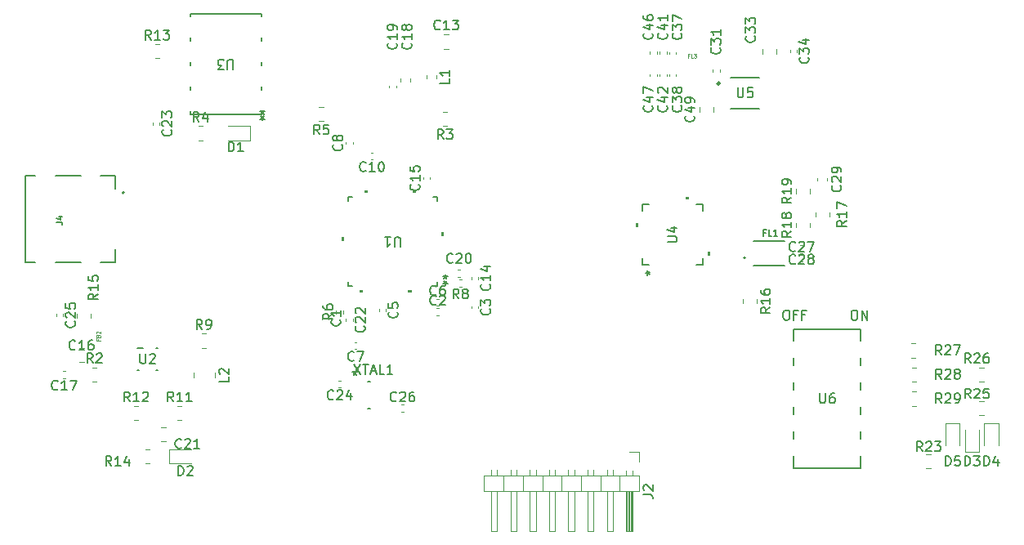
<source format=gbr>
%TF.GenerationSoftware,KiCad,Pcbnew,8.0.2*%
%TF.CreationDate,2025-01-31T23:59:10-08:00*%
%TF.ProjectId,design_revb_2chip,64657369-676e-45f7-9265-76625f326368,rev?*%
%TF.SameCoordinates,Original*%
%TF.FileFunction,Legend,Top*%
%TF.FilePolarity,Positive*%
%FSLAX46Y46*%
G04 Gerber Fmt 4.6, Leading zero omitted, Abs format (unit mm)*
G04 Created by KiCad (PCBNEW 8.0.2) date 2025-01-31 23:59:10*
%MOMM*%
%LPD*%
G01*
G04 APERTURE LIST*
%ADD10C,0.150000*%
%ADD11C,0.098425*%
%ADD12C,0.120000*%
%ADD13C,0.170000*%
%ADD14C,0.127000*%
%ADD15C,0.200000*%
%ADD16C,0.152400*%
%ADD17C,0.000000*%
%ADD18C,0.250000*%
G04 APERTURE END LIST*
D10*
X221679580Y-63192857D02*
X221727200Y-63240476D01*
X221727200Y-63240476D02*
X221774819Y-63383333D01*
X221774819Y-63383333D02*
X221774819Y-63478571D01*
X221774819Y-63478571D02*
X221727200Y-63621428D01*
X221727200Y-63621428D02*
X221631961Y-63716666D01*
X221631961Y-63716666D02*
X221536723Y-63764285D01*
X221536723Y-63764285D02*
X221346247Y-63811904D01*
X221346247Y-63811904D02*
X221203390Y-63811904D01*
X221203390Y-63811904D02*
X221012914Y-63764285D01*
X221012914Y-63764285D02*
X220917676Y-63716666D01*
X220917676Y-63716666D02*
X220822438Y-63621428D01*
X220822438Y-63621428D02*
X220774819Y-63478571D01*
X220774819Y-63478571D02*
X220774819Y-63383333D01*
X220774819Y-63383333D02*
X220822438Y-63240476D01*
X220822438Y-63240476D02*
X220870057Y-63192857D01*
X221108152Y-62335714D02*
X221774819Y-62335714D01*
X220727200Y-62573809D02*
X221441485Y-62811904D01*
X221441485Y-62811904D02*
X221441485Y-62192857D01*
X221774819Y-61764285D02*
X221774819Y-61573809D01*
X221774819Y-61573809D02*
X221727200Y-61478571D01*
X221727200Y-61478571D02*
X221679580Y-61430952D01*
X221679580Y-61430952D02*
X221536723Y-61335714D01*
X221536723Y-61335714D02*
X221346247Y-61288095D01*
X221346247Y-61288095D02*
X220965295Y-61288095D01*
X220965295Y-61288095D02*
X220870057Y-61335714D01*
X220870057Y-61335714D02*
X220822438Y-61383333D01*
X220822438Y-61383333D02*
X220774819Y-61478571D01*
X220774819Y-61478571D02*
X220774819Y-61669047D01*
X220774819Y-61669047D02*
X220822438Y-61764285D01*
X220822438Y-61764285D02*
X220870057Y-61811904D01*
X220870057Y-61811904D02*
X220965295Y-61859523D01*
X220965295Y-61859523D02*
X221203390Y-61859523D01*
X221203390Y-61859523D02*
X221298628Y-61811904D01*
X221298628Y-61811904D02*
X221346247Y-61764285D01*
X221346247Y-61764285D02*
X221393866Y-61669047D01*
X221393866Y-61669047D02*
X221393866Y-61478571D01*
X221393866Y-61478571D02*
X221346247Y-61383333D01*
X221346247Y-61383333D02*
X221298628Y-61335714D01*
X221298628Y-61335714D02*
X221203390Y-61288095D01*
X227965943Y-54939490D02*
X228013563Y-54987109D01*
X228013563Y-54987109D02*
X228061182Y-55129966D01*
X228061182Y-55129966D02*
X228061182Y-55225204D01*
X228061182Y-55225204D02*
X228013563Y-55368061D01*
X228013563Y-55368061D02*
X227918324Y-55463299D01*
X227918324Y-55463299D02*
X227823086Y-55510918D01*
X227823086Y-55510918D02*
X227632610Y-55558537D01*
X227632610Y-55558537D02*
X227489753Y-55558537D01*
X227489753Y-55558537D02*
X227299277Y-55510918D01*
X227299277Y-55510918D02*
X227204039Y-55463299D01*
X227204039Y-55463299D02*
X227108801Y-55368061D01*
X227108801Y-55368061D02*
X227061182Y-55225204D01*
X227061182Y-55225204D02*
X227061182Y-55129966D01*
X227061182Y-55129966D02*
X227108801Y-54987109D01*
X227108801Y-54987109D02*
X227156420Y-54939490D01*
X227061182Y-54606156D02*
X227061182Y-53987109D01*
X227061182Y-53987109D02*
X227442134Y-54320442D01*
X227442134Y-54320442D02*
X227442134Y-54177585D01*
X227442134Y-54177585D02*
X227489753Y-54082347D01*
X227489753Y-54082347D02*
X227537372Y-54034728D01*
X227537372Y-54034728D02*
X227632610Y-53987109D01*
X227632610Y-53987109D02*
X227870705Y-53987109D01*
X227870705Y-53987109D02*
X227965943Y-54034728D01*
X227965943Y-54034728D02*
X228013563Y-54082347D01*
X228013563Y-54082347D02*
X228061182Y-54177585D01*
X228061182Y-54177585D02*
X228061182Y-54463299D01*
X228061182Y-54463299D02*
X228013563Y-54558537D01*
X228013563Y-54558537D02*
X227965943Y-54606156D01*
X227061182Y-53653775D02*
X227061182Y-53034728D01*
X227061182Y-53034728D02*
X227442134Y-53368061D01*
X227442134Y-53368061D02*
X227442134Y-53225204D01*
X227442134Y-53225204D02*
X227489753Y-53129966D01*
X227489753Y-53129966D02*
X227537372Y-53082347D01*
X227537372Y-53082347D02*
X227632610Y-53034728D01*
X227632610Y-53034728D02*
X227870705Y-53034728D01*
X227870705Y-53034728D02*
X227965943Y-53082347D01*
X227965943Y-53082347D02*
X228013563Y-53129966D01*
X228013563Y-53129966D02*
X228061182Y-53225204D01*
X228061182Y-53225204D02*
X228061182Y-53510918D01*
X228061182Y-53510918D02*
X228013563Y-53606156D01*
X228013563Y-53606156D02*
X227965943Y-53653775D01*
X157599642Y-87359580D02*
X157552023Y-87407200D01*
X157552023Y-87407200D02*
X157409166Y-87454819D01*
X157409166Y-87454819D02*
X157313928Y-87454819D01*
X157313928Y-87454819D02*
X157171071Y-87407200D01*
X157171071Y-87407200D02*
X157075833Y-87311961D01*
X157075833Y-87311961D02*
X157028214Y-87216723D01*
X157028214Y-87216723D02*
X156980595Y-87026247D01*
X156980595Y-87026247D02*
X156980595Y-86883390D01*
X156980595Y-86883390D02*
X157028214Y-86692914D01*
X157028214Y-86692914D02*
X157075833Y-86597676D01*
X157075833Y-86597676D02*
X157171071Y-86502438D01*
X157171071Y-86502438D02*
X157313928Y-86454819D01*
X157313928Y-86454819D02*
X157409166Y-86454819D01*
X157409166Y-86454819D02*
X157552023Y-86502438D01*
X157552023Y-86502438D02*
X157599642Y-86550057D01*
X158552023Y-87454819D02*
X157980595Y-87454819D01*
X158266309Y-87454819D02*
X158266309Y-86454819D01*
X158266309Y-86454819D02*
X158171071Y-86597676D01*
X158171071Y-86597676D02*
X158075833Y-86692914D01*
X158075833Y-86692914D02*
X157980595Y-86740533D01*
X159409166Y-86454819D02*
X159218690Y-86454819D01*
X159218690Y-86454819D02*
X159123452Y-86502438D01*
X159123452Y-86502438D02*
X159075833Y-86550057D01*
X159075833Y-86550057D02*
X158980595Y-86692914D01*
X158980595Y-86692914D02*
X158932976Y-86883390D01*
X158932976Y-86883390D02*
X158932976Y-87264342D01*
X158932976Y-87264342D02*
X158980595Y-87359580D01*
X158980595Y-87359580D02*
X159028214Y-87407200D01*
X159028214Y-87407200D02*
X159123452Y-87454819D01*
X159123452Y-87454819D02*
X159313928Y-87454819D01*
X159313928Y-87454819D02*
X159409166Y-87407200D01*
X159409166Y-87407200D02*
X159456785Y-87359580D01*
X159456785Y-87359580D02*
X159504404Y-87264342D01*
X159504404Y-87264342D02*
X159504404Y-87026247D01*
X159504404Y-87026247D02*
X159456785Y-86931009D01*
X159456785Y-86931009D02*
X159409166Y-86883390D01*
X159409166Y-86883390D02*
X159313928Y-86835771D01*
X159313928Y-86835771D02*
X159123452Y-86835771D01*
X159123452Y-86835771D02*
X159028214Y-86883390D01*
X159028214Y-86883390D02*
X158980595Y-86931009D01*
X158980595Y-86931009D02*
X158932976Y-87026247D01*
X200519580Y-83186666D02*
X200567200Y-83234285D01*
X200567200Y-83234285D02*
X200614819Y-83377142D01*
X200614819Y-83377142D02*
X200614819Y-83472380D01*
X200614819Y-83472380D02*
X200567200Y-83615237D01*
X200567200Y-83615237D02*
X200471961Y-83710475D01*
X200471961Y-83710475D02*
X200376723Y-83758094D01*
X200376723Y-83758094D02*
X200186247Y-83805713D01*
X200186247Y-83805713D02*
X200043390Y-83805713D01*
X200043390Y-83805713D02*
X199852914Y-83758094D01*
X199852914Y-83758094D02*
X199757676Y-83710475D01*
X199757676Y-83710475D02*
X199662438Y-83615237D01*
X199662438Y-83615237D02*
X199614819Y-83472380D01*
X199614819Y-83472380D02*
X199614819Y-83377142D01*
X199614819Y-83377142D02*
X199662438Y-83234285D01*
X199662438Y-83234285D02*
X199710057Y-83186666D01*
X199614819Y-82853332D02*
X199614819Y-82234285D01*
X199614819Y-82234285D02*
X199995771Y-82567618D01*
X199995771Y-82567618D02*
X199995771Y-82424761D01*
X199995771Y-82424761D02*
X200043390Y-82329523D01*
X200043390Y-82329523D02*
X200091009Y-82281904D01*
X200091009Y-82281904D02*
X200186247Y-82234285D01*
X200186247Y-82234285D02*
X200424342Y-82234285D01*
X200424342Y-82234285D02*
X200519580Y-82281904D01*
X200519580Y-82281904D02*
X200567200Y-82329523D01*
X200567200Y-82329523D02*
X200614819Y-82424761D01*
X200614819Y-82424761D02*
X200614819Y-82710475D01*
X200614819Y-82710475D02*
X200567200Y-82805713D01*
X200567200Y-82805713D02*
X200519580Y-82853332D01*
X233519580Y-57122857D02*
X233567200Y-57170476D01*
X233567200Y-57170476D02*
X233614819Y-57313333D01*
X233614819Y-57313333D02*
X233614819Y-57408571D01*
X233614819Y-57408571D02*
X233567200Y-57551428D01*
X233567200Y-57551428D02*
X233471961Y-57646666D01*
X233471961Y-57646666D02*
X233376723Y-57694285D01*
X233376723Y-57694285D02*
X233186247Y-57741904D01*
X233186247Y-57741904D02*
X233043390Y-57741904D01*
X233043390Y-57741904D02*
X232852914Y-57694285D01*
X232852914Y-57694285D02*
X232757676Y-57646666D01*
X232757676Y-57646666D02*
X232662438Y-57551428D01*
X232662438Y-57551428D02*
X232614819Y-57408571D01*
X232614819Y-57408571D02*
X232614819Y-57313333D01*
X232614819Y-57313333D02*
X232662438Y-57170476D01*
X232662438Y-57170476D02*
X232710057Y-57122857D01*
X232614819Y-56789523D02*
X232614819Y-56170476D01*
X232614819Y-56170476D02*
X232995771Y-56503809D01*
X232995771Y-56503809D02*
X232995771Y-56360952D01*
X232995771Y-56360952D02*
X233043390Y-56265714D01*
X233043390Y-56265714D02*
X233091009Y-56218095D01*
X233091009Y-56218095D02*
X233186247Y-56170476D01*
X233186247Y-56170476D02*
X233424342Y-56170476D01*
X233424342Y-56170476D02*
X233519580Y-56218095D01*
X233519580Y-56218095D02*
X233567200Y-56265714D01*
X233567200Y-56265714D02*
X233614819Y-56360952D01*
X233614819Y-56360952D02*
X233614819Y-56646666D01*
X233614819Y-56646666D02*
X233567200Y-56741904D01*
X233567200Y-56741904D02*
X233519580Y-56789523D01*
X232948152Y-55313333D02*
X233614819Y-55313333D01*
X232567200Y-55551428D02*
X233281485Y-55789523D01*
X233281485Y-55789523D02*
X233281485Y-55170476D01*
X196384819Y-59341666D02*
X196384819Y-59817856D01*
X196384819Y-59817856D02*
X195384819Y-59817856D01*
X196384819Y-58484523D02*
X196384819Y-59055951D01*
X196384819Y-58770237D02*
X195384819Y-58770237D01*
X195384819Y-58770237D02*
X195527676Y-58865475D01*
X195527676Y-58865475D02*
X195622914Y-58960713D01*
X195622914Y-58960713D02*
X195670533Y-59055951D01*
X168583943Y-97558288D02*
X168536324Y-97605908D01*
X168536324Y-97605908D02*
X168393467Y-97653527D01*
X168393467Y-97653527D02*
X168298229Y-97653527D01*
X168298229Y-97653527D02*
X168155372Y-97605908D01*
X168155372Y-97605908D02*
X168060134Y-97510669D01*
X168060134Y-97510669D02*
X168012515Y-97415431D01*
X168012515Y-97415431D02*
X167964896Y-97224955D01*
X167964896Y-97224955D02*
X167964896Y-97082098D01*
X167964896Y-97082098D02*
X168012515Y-96891622D01*
X168012515Y-96891622D02*
X168060134Y-96796384D01*
X168060134Y-96796384D02*
X168155372Y-96701146D01*
X168155372Y-96701146D02*
X168298229Y-96653527D01*
X168298229Y-96653527D02*
X168393467Y-96653527D01*
X168393467Y-96653527D02*
X168536324Y-96701146D01*
X168536324Y-96701146D02*
X168583943Y-96748765D01*
X168964896Y-96748765D02*
X169012515Y-96701146D01*
X169012515Y-96701146D02*
X169107753Y-96653527D01*
X169107753Y-96653527D02*
X169345848Y-96653527D01*
X169345848Y-96653527D02*
X169441086Y-96701146D01*
X169441086Y-96701146D02*
X169488705Y-96748765D01*
X169488705Y-96748765D02*
X169536324Y-96844003D01*
X169536324Y-96844003D02*
X169536324Y-96939241D01*
X169536324Y-96939241D02*
X169488705Y-97082098D01*
X169488705Y-97082098D02*
X168917277Y-97653527D01*
X168917277Y-97653527D02*
X169536324Y-97653527D01*
X170488705Y-97653527D02*
X169917277Y-97653527D01*
X170202991Y-97653527D02*
X170202991Y-96653527D01*
X170202991Y-96653527D02*
X170107753Y-96796384D01*
X170107753Y-96796384D02*
X170012515Y-96891622D01*
X170012515Y-96891622D02*
X169917277Y-96939241D01*
X195407142Y-54179580D02*
X195359523Y-54227200D01*
X195359523Y-54227200D02*
X195216666Y-54274819D01*
X195216666Y-54274819D02*
X195121428Y-54274819D01*
X195121428Y-54274819D02*
X194978571Y-54227200D01*
X194978571Y-54227200D02*
X194883333Y-54131961D01*
X194883333Y-54131961D02*
X194835714Y-54036723D01*
X194835714Y-54036723D02*
X194788095Y-53846247D01*
X194788095Y-53846247D02*
X194788095Y-53703390D01*
X194788095Y-53703390D02*
X194835714Y-53512914D01*
X194835714Y-53512914D02*
X194883333Y-53417676D01*
X194883333Y-53417676D02*
X194978571Y-53322438D01*
X194978571Y-53322438D02*
X195121428Y-53274819D01*
X195121428Y-53274819D02*
X195216666Y-53274819D01*
X195216666Y-53274819D02*
X195359523Y-53322438D01*
X195359523Y-53322438D02*
X195407142Y-53370057D01*
X196359523Y-54274819D02*
X195788095Y-54274819D01*
X196073809Y-54274819D02*
X196073809Y-53274819D01*
X196073809Y-53274819D02*
X195978571Y-53417676D01*
X195978571Y-53417676D02*
X195883333Y-53512914D01*
X195883333Y-53512914D02*
X195788095Y-53560533D01*
X196692857Y-53274819D02*
X197311904Y-53274819D01*
X197311904Y-53274819D02*
X196978571Y-53655771D01*
X196978571Y-53655771D02*
X197121428Y-53655771D01*
X197121428Y-53655771D02*
X197216666Y-53703390D01*
X197216666Y-53703390D02*
X197264285Y-53751009D01*
X197264285Y-53751009D02*
X197311904Y-53846247D01*
X197311904Y-53846247D02*
X197311904Y-54084342D01*
X197311904Y-54084342D02*
X197264285Y-54179580D01*
X197264285Y-54179580D02*
X197216666Y-54227200D01*
X197216666Y-54227200D02*
X197121428Y-54274819D01*
X197121428Y-54274819D02*
X196835714Y-54274819D01*
X196835714Y-54274819D02*
X196740476Y-54227200D01*
X196740476Y-54227200D02*
X196692857Y-54179580D01*
X217359580Y-54642857D02*
X217407200Y-54690476D01*
X217407200Y-54690476D02*
X217454819Y-54833333D01*
X217454819Y-54833333D02*
X217454819Y-54928571D01*
X217454819Y-54928571D02*
X217407200Y-55071428D01*
X217407200Y-55071428D02*
X217311961Y-55166666D01*
X217311961Y-55166666D02*
X217216723Y-55214285D01*
X217216723Y-55214285D02*
X217026247Y-55261904D01*
X217026247Y-55261904D02*
X216883390Y-55261904D01*
X216883390Y-55261904D02*
X216692914Y-55214285D01*
X216692914Y-55214285D02*
X216597676Y-55166666D01*
X216597676Y-55166666D02*
X216502438Y-55071428D01*
X216502438Y-55071428D02*
X216454819Y-54928571D01*
X216454819Y-54928571D02*
X216454819Y-54833333D01*
X216454819Y-54833333D02*
X216502438Y-54690476D01*
X216502438Y-54690476D02*
X216550057Y-54642857D01*
X216788152Y-53785714D02*
X217454819Y-53785714D01*
X216407200Y-54023809D02*
X217121485Y-54261904D01*
X217121485Y-54261904D02*
X217121485Y-53642857D01*
X216454819Y-52833333D02*
X216454819Y-53023809D01*
X216454819Y-53023809D02*
X216502438Y-53119047D01*
X216502438Y-53119047D02*
X216550057Y-53166666D01*
X216550057Y-53166666D02*
X216692914Y-53261904D01*
X216692914Y-53261904D02*
X216883390Y-53309523D01*
X216883390Y-53309523D02*
X217264342Y-53309523D01*
X217264342Y-53309523D02*
X217359580Y-53261904D01*
X217359580Y-53261904D02*
X217407200Y-53214285D01*
X217407200Y-53214285D02*
X217454819Y-53119047D01*
X217454819Y-53119047D02*
X217454819Y-52928571D01*
X217454819Y-52928571D02*
X217407200Y-52833333D01*
X217407200Y-52833333D02*
X217359580Y-52785714D01*
X217359580Y-52785714D02*
X217264342Y-52738095D01*
X217264342Y-52738095D02*
X217026247Y-52738095D01*
X217026247Y-52738095D02*
X216931009Y-52785714D01*
X216931009Y-52785714D02*
X216883390Y-52833333D01*
X216883390Y-52833333D02*
X216835771Y-52928571D01*
X216835771Y-52928571D02*
X216835771Y-53119047D01*
X216835771Y-53119047D02*
X216883390Y-53214285D01*
X216883390Y-53214285D02*
X216931009Y-53261904D01*
X216931009Y-53261904D02*
X217026247Y-53309523D01*
X247357142Y-90454819D02*
X247023809Y-89978628D01*
X246785714Y-90454819D02*
X246785714Y-89454819D01*
X246785714Y-89454819D02*
X247166666Y-89454819D01*
X247166666Y-89454819D02*
X247261904Y-89502438D01*
X247261904Y-89502438D02*
X247309523Y-89550057D01*
X247309523Y-89550057D02*
X247357142Y-89645295D01*
X247357142Y-89645295D02*
X247357142Y-89788152D01*
X247357142Y-89788152D02*
X247309523Y-89883390D01*
X247309523Y-89883390D02*
X247261904Y-89931009D01*
X247261904Y-89931009D02*
X247166666Y-89978628D01*
X247166666Y-89978628D02*
X246785714Y-89978628D01*
X247738095Y-89550057D02*
X247785714Y-89502438D01*
X247785714Y-89502438D02*
X247880952Y-89454819D01*
X247880952Y-89454819D02*
X248119047Y-89454819D01*
X248119047Y-89454819D02*
X248214285Y-89502438D01*
X248214285Y-89502438D02*
X248261904Y-89550057D01*
X248261904Y-89550057D02*
X248309523Y-89645295D01*
X248309523Y-89645295D02*
X248309523Y-89740533D01*
X248309523Y-89740533D02*
X248261904Y-89883390D01*
X248261904Y-89883390D02*
X247690476Y-90454819D01*
X247690476Y-90454819D02*
X248309523Y-90454819D01*
X248880952Y-89883390D02*
X248785714Y-89835771D01*
X248785714Y-89835771D02*
X248738095Y-89788152D01*
X248738095Y-89788152D02*
X248690476Y-89692914D01*
X248690476Y-89692914D02*
X248690476Y-89645295D01*
X248690476Y-89645295D02*
X248738095Y-89550057D01*
X248738095Y-89550057D02*
X248785714Y-89502438D01*
X248785714Y-89502438D02*
X248880952Y-89454819D01*
X248880952Y-89454819D02*
X249071428Y-89454819D01*
X249071428Y-89454819D02*
X249166666Y-89502438D01*
X249166666Y-89502438D02*
X249214285Y-89550057D01*
X249214285Y-89550057D02*
X249261904Y-89645295D01*
X249261904Y-89645295D02*
X249261904Y-89692914D01*
X249261904Y-89692914D02*
X249214285Y-89788152D01*
X249214285Y-89788152D02*
X249166666Y-89835771D01*
X249166666Y-89835771D02*
X249071428Y-89883390D01*
X249071428Y-89883390D02*
X248880952Y-89883390D01*
X248880952Y-89883390D02*
X248785714Y-89931009D01*
X248785714Y-89931009D02*
X248738095Y-89978628D01*
X248738095Y-89978628D02*
X248690476Y-90073866D01*
X248690476Y-90073866D02*
X248690476Y-90264342D01*
X248690476Y-90264342D02*
X248738095Y-90359580D01*
X248738095Y-90359580D02*
X248785714Y-90407200D01*
X248785714Y-90407200D02*
X248880952Y-90454819D01*
X248880952Y-90454819D02*
X249071428Y-90454819D01*
X249071428Y-90454819D02*
X249166666Y-90407200D01*
X249166666Y-90407200D02*
X249214285Y-90359580D01*
X249214285Y-90359580D02*
X249261904Y-90264342D01*
X249261904Y-90264342D02*
X249261904Y-90073866D01*
X249261904Y-90073866D02*
X249214285Y-89978628D01*
X249214285Y-89978628D02*
X249166666Y-89931009D01*
X249166666Y-89931009D02*
X249071428Y-89883390D01*
X218859580Y-54642857D02*
X218907200Y-54690476D01*
X218907200Y-54690476D02*
X218954819Y-54833333D01*
X218954819Y-54833333D02*
X218954819Y-54928571D01*
X218954819Y-54928571D02*
X218907200Y-55071428D01*
X218907200Y-55071428D02*
X218811961Y-55166666D01*
X218811961Y-55166666D02*
X218716723Y-55214285D01*
X218716723Y-55214285D02*
X218526247Y-55261904D01*
X218526247Y-55261904D02*
X218383390Y-55261904D01*
X218383390Y-55261904D02*
X218192914Y-55214285D01*
X218192914Y-55214285D02*
X218097676Y-55166666D01*
X218097676Y-55166666D02*
X218002438Y-55071428D01*
X218002438Y-55071428D02*
X217954819Y-54928571D01*
X217954819Y-54928571D02*
X217954819Y-54833333D01*
X217954819Y-54833333D02*
X218002438Y-54690476D01*
X218002438Y-54690476D02*
X218050057Y-54642857D01*
X218288152Y-53785714D02*
X218954819Y-53785714D01*
X217907200Y-54023809D02*
X218621485Y-54261904D01*
X218621485Y-54261904D02*
X218621485Y-53642857D01*
X218954819Y-52738095D02*
X218954819Y-53309523D01*
X218954819Y-53023809D02*
X217954819Y-53023809D01*
X217954819Y-53023809D02*
X218097676Y-53119047D01*
X218097676Y-53119047D02*
X218192914Y-53214285D01*
X218192914Y-53214285D02*
X218240533Y-53309523D01*
X173474405Y-66884819D02*
X173474405Y-65884819D01*
X173474405Y-65884819D02*
X173712500Y-65884819D01*
X173712500Y-65884819D02*
X173855357Y-65932438D01*
X173855357Y-65932438D02*
X173950595Y-66027676D01*
X173950595Y-66027676D02*
X173998214Y-66122914D01*
X173998214Y-66122914D02*
X174045833Y-66313390D01*
X174045833Y-66313390D02*
X174045833Y-66456247D01*
X174045833Y-66456247D02*
X173998214Y-66646723D01*
X173998214Y-66646723D02*
X173950595Y-66741961D01*
X173950595Y-66741961D02*
X173855357Y-66837200D01*
X173855357Y-66837200D02*
X173712500Y-66884819D01*
X173712500Y-66884819D02*
X173474405Y-66884819D01*
X174998214Y-66884819D02*
X174426786Y-66884819D01*
X174712500Y-66884819D02*
X174712500Y-65884819D01*
X174712500Y-65884819D02*
X174617262Y-66027676D01*
X174617262Y-66027676D02*
X174522024Y-66122914D01*
X174522024Y-66122914D02*
X174426786Y-66170533D01*
X164325595Y-87854818D02*
X164325595Y-88664341D01*
X164325595Y-88664341D02*
X164373214Y-88759579D01*
X164373214Y-88759579D02*
X164420833Y-88807199D01*
X164420833Y-88807199D02*
X164516071Y-88854818D01*
X164516071Y-88854818D02*
X164706547Y-88854818D01*
X164706547Y-88854818D02*
X164801785Y-88807199D01*
X164801785Y-88807199D02*
X164849404Y-88759579D01*
X164849404Y-88759579D02*
X164897023Y-88664341D01*
X164897023Y-88664341D02*
X164897023Y-87854818D01*
X165325595Y-87950056D02*
X165373214Y-87902437D01*
X165373214Y-87902437D02*
X165468452Y-87854818D01*
X165468452Y-87854818D02*
X165706547Y-87854818D01*
X165706547Y-87854818D02*
X165801785Y-87902437D01*
X165801785Y-87902437D02*
X165849404Y-87950056D01*
X165849404Y-87950056D02*
X165897023Y-88045294D01*
X165897023Y-88045294D02*
X165897023Y-88140532D01*
X165897023Y-88140532D02*
X165849404Y-88283389D01*
X165849404Y-88283389D02*
X165277976Y-88854818D01*
X165277976Y-88854818D02*
X165897023Y-88854818D01*
X229134619Y-75293038D02*
X228921285Y-75293038D01*
X228921285Y-75628276D02*
X228921285Y-74988276D01*
X228921285Y-74988276D02*
X229226047Y-74988276D01*
X229774618Y-75628276D02*
X229469856Y-75628276D01*
X229469856Y-75628276D02*
X229469856Y-74988276D01*
X230323190Y-75628276D02*
X229957475Y-75628276D01*
X230140332Y-75628276D02*
X230140332Y-74988276D01*
X230140332Y-74988276D02*
X230079380Y-75079704D01*
X230079380Y-75079704D02*
X230018428Y-75140657D01*
X230018428Y-75140657D02*
X229957475Y-75171133D01*
X218859580Y-62142857D02*
X218907200Y-62190476D01*
X218907200Y-62190476D02*
X218954819Y-62333333D01*
X218954819Y-62333333D02*
X218954819Y-62428571D01*
X218954819Y-62428571D02*
X218907200Y-62571428D01*
X218907200Y-62571428D02*
X218811961Y-62666666D01*
X218811961Y-62666666D02*
X218716723Y-62714285D01*
X218716723Y-62714285D02*
X218526247Y-62761904D01*
X218526247Y-62761904D02*
X218383390Y-62761904D01*
X218383390Y-62761904D02*
X218192914Y-62714285D01*
X218192914Y-62714285D02*
X218097676Y-62666666D01*
X218097676Y-62666666D02*
X218002438Y-62571428D01*
X218002438Y-62571428D02*
X217954819Y-62428571D01*
X217954819Y-62428571D02*
X217954819Y-62333333D01*
X217954819Y-62333333D02*
X218002438Y-62190476D01*
X218002438Y-62190476D02*
X218050057Y-62142857D01*
X218288152Y-61285714D02*
X218954819Y-61285714D01*
X217907200Y-61523809D02*
X218621485Y-61761904D01*
X218621485Y-61761904D02*
X218621485Y-61142857D01*
X218050057Y-60809523D02*
X218002438Y-60761904D01*
X218002438Y-60761904D02*
X217954819Y-60666666D01*
X217954819Y-60666666D02*
X217954819Y-60428571D01*
X217954819Y-60428571D02*
X218002438Y-60333333D01*
X218002438Y-60333333D02*
X218050057Y-60285714D01*
X218050057Y-60285714D02*
X218145295Y-60238095D01*
X218145295Y-60238095D02*
X218240533Y-60238095D01*
X218240533Y-60238095D02*
X218383390Y-60285714D01*
X218383390Y-60285714D02*
X218954819Y-60857142D01*
X218954819Y-60857142D02*
X218954819Y-60238095D01*
X247357142Y-92954819D02*
X247023809Y-92478628D01*
X246785714Y-92954819D02*
X246785714Y-91954819D01*
X246785714Y-91954819D02*
X247166666Y-91954819D01*
X247166666Y-91954819D02*
X247261904Y-92002438D01*
X247261904Y-92002438D02*
X247309523Y-92050057D01*
X247309523Y-92050057D02*
X247357142Y-92145295D01*
X247357142Y-92145295D02*
X247357142Y-92288152D01*
X247357142Y-92288152D02*
X247309523Y-92383390D01*
X247309523Y-92383390D02*
X247261904Y-92431009D01*
X247261904Y-92431009D02*
X247166666Y-92478628D01*
X247166666Y-92478628D02*
X246785714Y-92478628D01*
X247738095Y-92050057D02*
X247785714Y-92002438D01*
X247785714Y-92002438D02*
X247880952Y-91954819D01*
X247880952Y-91954819D02*
X248119047Y-91954819D01*
X248119047Y-91954819D02*
X248214285Y-92002438D01*
X248214285Y-92002438D02*
X248261904Y-92050057D01*
X248261904Y-92050057D02*
X248309523Y-92145295D01*
X248309523Y-92145295D02*
X248309523Y-92240533D01*
X248309523Y-92240533D02*
X248261904Y-92383390D01*
X248261904Y-92383390D02*
X247690476Y-92954819D01*
X247690476Y-92954819D02*
X248309523Y-92954819D01*
X248785714Y-92954819D02*
X248976190Y-92954819D01*
X248976190Y-92954819D02*
X249071428Y-92907200D01*
X249071428Y-92907200D02*
X249119047Y-92859580D01*
X249119047Y-92859580D02*
X249214285Y-92716723D01*
X249214285Y-92716723D02*
X249261904Y-92526247D01*
X249261904Y-92526247D02*
X249261904Y-92145295D01*
X249261904Y-92145295D02*
X249214285Y-92050057D01*
X249214285Y-92050057D02*
X249166666Y-92002438D01*
X249166666Y-92002438D02*
X249071428Y-91954819D01*
X249071428Y-91954819D02*
X248880952Y-91954819D01*
X248880952Y-91954819D02*
X248785714Y-92002438D01*
X248785714Y-92002438D02*
X248738095Y-92050057D01*
X248738095Y-92050057D02*
X248690476Y-92145295D01*
X248690476Y-92145295D02*
X248690476Y-92383390D01*
X248690476Y-92383390D02*
X248738095Y-92478628D01*
X248738095Y-92478628D02*
X248785714Y-92526247D01*
X248785714Y-92526247D02*
X248880952Y-92573866D01*
X248880952Y-92573866D02*
X249071428Y-92573866D01*
X249071428Y-92573866D02*
X249166666Y-92526247D01*
X249166666Y-92526247D02*
X249214285Y-92478628D01*
X249214285Y-92478628D02*
X249261904Y-92383390D01*
X247761905Y-99454819D02*
X247761905Y-98454819D01*
X247761905Y-98454819D02*
X248000000Y-98454819D01*
X248000000Y-98454819D02*
X248142857Y-98502438D01*
X248142857Y-98502438D02*
X248238095Y-98597676D01*
X248238095Y-98597676D02*
X248285714Y-98692914D01*
X248285714Y-98692914D02*
X248333333Y-98883390D01*
X248333333Y-98883390D02*
X248333333Y-99026247D01*
X248333333Y-99026247D02*
X248285714Y-99216723D01*
X248285714Y-99216723D02*
X248238095Y-99311961D01*
X248238095Y-99311961D02*
X248142857Y-99407200D01*
X248142857Y-99407200D02*
X248000000Y-99454819D01*
X248000000Y-99454819D02*
X247761905Y-99454819D01*
X249238095Y-98454819D02*
X248761905Y-98454819D01*
X248761905Y-98454819D02*
X248714286Y-98931009D01*
X248714286Y-98931009D02*
X248761905Y-98883390D01*
X248761905Y-98883390D02*
X248857143Y-98835771D01*
X248857143Y-98835771D02*
X249095238Y-98835771D01*
X249095238Y-98835771D02*
X249190476Y-98883390D01*
X249190476Y-98883390D02*
X249238095Y-98931009D01*
X249238095Y-98931009D02*
X249285714Y-99026247D01*
X249285714Y-99026247D02*
X249285714Y-99264342D01*
X249285714Y-99264342D02*
X249238095Y-99359580D01*
X249238095Y-99359580D02*
X249190476Y-99407200D01*
X249190476Y-99407200D02*
X249095238Y-99454819D01*
X249095238Y-99454819D02*
X248857143Y-99454819D01*
X248857143Y-99454819D02*
X248761905Y-99407200D01*
X248761905Y-99407200D02*
X248714286Y-99359580D01*
X155653639Y-74210007D02*
X156103654Y-74210007D01*
X156103654Y-74210007D02*
X156193657Y-74240008D01*
X156193657Y-74240008D02*
X156253660Y-74300010D01*
X156253660Y-74300010D02*
X156283661Y-74390013D01*
X156283661Y-74390013D02*
X156283661Y-74450015D01*
X155863646Y-73639987D02*
X156283661Y-73639987D01*
X155623638Y-73789992D02*
X156073653Y-73939997D01*
X156073653Y-73939997D02*
X156073653Y-73549984D01*
X232202142Y-77145980D02*
X232154523Y-77193600D01*
X232154523Y-77193600D02*
X232011666Y-77241219D01*
X232011666Y-77241219D02*
X231916428Y-77241219D01*
X231916428Y-77241219D02*
X231773571Y-77193600D01*
X231773571Y-77193600D02*
X231678333Y-77098361D01*
X231678333Y-77098361D02*
X231630714Y-77003123D01*
X231630714Y-77003123D02*
X231583095Y-76812647D01*
X231583095Y-76812647D02*
X231583095Y-76669790D01*
X231583095Y-76669790D02*
X231630714Y-76479314D01*
X231630714Y-76479314D02*
X231678333Y-76384076D01*
X231678333Y-76384076D02*
X231773571Y-76288838D01*
X231773571Y-76288838D02*
X231916428Y-76241219D01*
X231916428Y-76241219D02*
X232011666Y-76241219D01*
X232011666Y-76241219D02*
X232154523Y-76288838D01*
X232154523Y-76288838D02*
X232202142Y-76336457D01*
X232583095Y-76336457D02*
X232630714Y-76288838D01*
X232630714Y-76288838D02*
X232725952Y-76241219D01*
X232725952Y-76241219D02*
X232964047Y-76241219D01*
X232964047Y-76241219D02*
X233059285Y-76288838D01*
X233059285Y-76288838D02*
X233106904Y-76336457D01*
X233106904Y-76336457D02*
X233154523Y-76431695D01*
X233154523Y-76431695D02*
X233154523Y-76526933D01*
X233154523Y-76526933D02*
X233106904Y-76669790D01*
X233106904Y-76669790D02*
X232535476Y-77241219D01*
X232535476Y-77241219D02*
X233154523Y-77241219D01*
X233487857Y-76241219D02*
X234154523Y-76241219D01*
X234154523Y-76241219D02*
X233725952Y-77241219D01*
X231804819Y-75142857D02*
X231328628Y-75476190D01*
X231804819Y-75714285D02*
X230804819Y-75714285D01*
X230804819Y-75714285D02*
X230804819Y-75333333D01*
X230804819Y-75333333D02*
X230852438Y-75238095D01*
X230852438Y-75238095D02*
X230900057Y-75190476D01*
X230900057Y-75190476D02*
X230995295Y-75142857D01*
X230995295Y-75142857D02*
X231138152Y-75142857D01*
X231138152Y-75142857D02*
X231233390Y-75190476D01*
X231233390Y-75190476D02*
X231281009Y-75238095D01*
X231281009Y-75238095D02*
X231328628Y-75333333D01*
X231328628Y-75333333D02*
X231328628Y-75714285D01*
X231804819Y-74190476D02*
X231804819Y-74761904D01*
X231804819Y-74476190D02*
X230804819Y-74476190D01*
X230804819Y-74476190D02*
X230947676Y-74571428D01*
X230947676Y-74571428D02*
X231042914Y-74666666D01*
X231042914Y-74666666D02*
X231090533Y-74761904D01*
X231233390Y-73619047D02*
X231185771Y-73714285D01*
X231185771Y-73714285D02*
X231138152Y-73761904D01*
X231138152Y-73761904D02*
X231042914Y-73809523D01*
X231042914Y-73809523D02*
X230995295Y-73809523D01*
X230995295Y-73809523D02*
X230900057Y-73761904D01*
X230900057Y-73761904D02*
X230852438Y-73714285D01*
X230852438Y-73714285D02*
X230804819Y-73619047D01*
X230804819Y-73619047D02*
X230804819Y-73428571D01*
X230804819Y-73428571D02*
X230852438Y-73333333D01*
X230852438Y-73333333D02*
X230900057Y-73285714D01*
X230900057Y-73285714D02*
X230995295Y-73238095D01*
X230995295Y-73238095D02*
X231042914Y-73238095D01*
X231042914Y-73238095D02*
X231138152Y-73285714D01*
X231138152Y-73285714D02*
X231185771Y-73333333D01*
X231185771Y-73333333D02*
X231233390Y-73428571D01*
X231233390Y-73428571D02*
X231233390Y-73619047D01*
X231233390Y-73619047D02*
X231281009Y-73714285D01*
X231281009Y-73714285D02*
X231328628Y-73761904D01*
X231328628Y-73761904D02*
X231423866Y-73809523D01*
X231423866Y-73809523D02*
X231614342Y-73809523D01*
X231614342Y-73809523D02*
X231709580Y-73761904D01*
X231709580Y-73761904D02*
X231757200Y-73714285D01*
X231757200Y-73714285D02*
X231804819Y-73619047D01*
X231804819Y-73619047D02*
X231804819Y-73428571D01*
X231804819Y-73428571D02*
X231757200Y-73333333D01*
X231757200Y-73333333D02*
X231709580Y-73285714D01*
X231709580Y-73285714D02*
X231614342Y-73238095D01*
X231614342Y-73238095D02*
X231423866Y-73238095D01*
X231423866Y-73238095D02*
X231328628Y-73285714D01*
X231328628Y-73285714D02*
X231281009Y-73333333D01*
X231281009Y-73333333D02*
X231233390Y-73428571D01*
X197343333Y-82124819D02*
X197010000Y-81648628D01*
X196771905Y-82124819D02*
X196771905Y-81124819D01*
X196771905Y-81124819D02*
X197152857Y-81124819D01*
X197152857Y-81124819D02*
X197248095Y-81172438D01*
X197248095Y-81172438D02*
X197295714Y-81220057D01*
X197295714Y-81220057D02*
X197343333Y-81315295D01*
X197343333Y-81315295D02*
X197343333Y-81458152D01*
X197343333Y-81458152D02*
X197295714Y-81553390D01*
X197295714Y-81553390D02*
X197248095Y-81601009D01*
X197248095Y-81601009D02*
X197152857Y-81648628D01*
X197152857Y-81648628D02*
X196771905Y-81648628D01*
X197914762Y-81553390D02*
X197819524Y-81505771D01*
X197819524Y-81505771D02*
X197771905Y-81458152D01*
X197771905Y-81458152D02*
X197724286Y-81362914D01*
X197724286Y-81362914D02*
X197724286Y-81315295D01*
X197724286Y-81315295D02*
X197771905Y-81220057D01*
X197771905Y-81220057D02*
X197819524Y-81172438D01*
X197819524Y-81172438D02*
X197914762Y-81124819D01*
X197914762Y-81124819D02*
X198105238Y-81124819D01*
X198105238Y-81124819D02*
X198200476Y-81172438D01*
X198200476Y-81172438D02*
X198248095Y-81220057D01*
X198248095Y-81220057D02*
X198295714Y-81315295D01*
X198295714Y-81315295D02*
X198295714Y-81362914D01*
X198295714Y-81362914D02*
X198248095Y-81458152D01*
X198248095Y-81458152D02*
X198200476Y-81505771D01*
X198200476Y-81505771D02*
X198105238Y-81553390D01*
X198105238Y-81553390D02*
X197914762Y-81553390D01*
X197914762Y-81553390D02*
X197819524Y-81601009D01*
X197819524Y-81601009D02*
X197771905Y-81648628D01*
X197771905Y-81648628D02*
X197724286Y-81743866D01*
X197724286Y-81743866D02*
X197724286Y-81934342D01*
X197724286Y-81934342D02*
X197771905Y-82029580D01*
X197771905Y-82029580D02*
X197819524Y-82077200D01*
X197819524Y-82077200D02*
X197914762Y-82124819D01*
X197914762Y-82124819D02*
X198105238Y-82124819D01*
X198105238Y-82124819D02*
X198200476Y-82077200D01*
X198200476Y-82077200D02*
X198248095Y-82029580D01*
X198248095Y-82029580D02*
X198295714Y-81934342D01*
X198295714Y-81934342D02*
X198295714Y-81743866D01*
X198295714Y-81743866D02*
X198248095Y-81648628D01*
X198248095Y-81648628D02*
X198200476Y-81601009D01*
X198200476Y-81601009D02*
X198105238Y-81553390D01*
X195745833Y-65604819D02*
X195412500Y-65128628D01*
X195174405Y-65604819D02*
X195174405Y-64604819D01*
X195174405Y-64604819D02*
X195555357Y-64604819D01*
X195555357Y-64604819D02*
X195650595Y-64652438D01*
X195650595Y-64652438D02*
X195698214Y-64700057D01*
X195698214Y-64700057D02*
X195745833Y-64795295D01*
X195745833Y-64795295D02*
X195745833Y-64938152D01*
X195745833Y-64938152D02*
X195698214Y-65033390D01*
X195698214Y-65033390D02*
X195650595Y-65081009D01*
X195650595Y-65081009D02*
X195555357Y-65128628D01*
X195555357Y-65128628D02*
X195174405Y-65128628D01*
X196079167Y-64604819D02*
X196698214Y-64604819D01*
X196698214Y-64604819D02*
X196364881Y-64985771D01*
X196364881Y-64985771D02*
X196507738Y-64985771D01*
X196507738Y-64985771D02*
X196602976Y-65033390D01*
X196602976Y-65033390D02*
X196650595Y-65081009D01*
X196650595Y-65081009D02*
X196698214Y-65176247D01*
X196698214Y-65176247D02*
X196698214Y-65414342D01*
X196698214Y-65414342D02*
X196650595Y-65509580D01*
X196650595Y-65509580D02*
X196602976Y-65557200D01*
X196602976Y-65557200D02*
X196507738Y-65604819D01*
X196507738Y-65604819D02*
X196222024Y-65604819D01*
X196222024Y-65604819D02*
X196126786Y-65557200D01*
X196126786Y-65557200D02*
X196079167Y-65509580D01*
X173504819Y-90241666D02*
X173504819Y-90717856D01*
X173504819Y-90717856D02*
X172504819Y-90717856D01*
X172600057Y-89955951D02*
X172552438Y-89908332D01*
X172552438Y-89908332D02*
X172504819Y-89813094D01*
X172504819Y-89813094D02*
X172504819Y-89574999D01*
X172504819Y-89574999D02*
X172552438Y-89479761D01*
X172552438Y-89479761D02*
X172600057Y-89432142D01*
X172600057Y-89432142D02*
X172695295Y-89384523D01*
X172695295Y-89384523D02*
X172790533Y-89384523D01*
X172790533Y-89384523D02*
X172933390Y-89432142D01*
X172933390Y-89432142D02*
X173504819Y-90003570D01*
X173504819Y-90003570D02*
X173504819Y-89384523D01*
X161357142Y-99454819D02*
X161023809Y-98978628D01*
X160785714Y-99454819D02*
X160785714Y-98454819D01*
X160785714Y-98454819D02*
X161166666Y-98454819D01*
X161166666Y-98454819D02*
X161261904Y-98502438D01*
X161261904Y-98502438D02*
X161309523Y-98550057D01*
X161309523Y-98550057D02*
X161357142Y-98645295D01*
X161357142Y-98645295D02*
X161357142Y-98788152D01*
X161357142Y-98788152D02*
X161309523Y-98883390D01*
X161309523Y-98883390D02*
X161261904Y-98931009D01*
X161261904Y-98931009D02*
X161166666Y-98978628D01*
X161166666Y-98978628D02*
X160785714Y-98978628D01*
X162309523Y-99454819D02*
X161738095Y-99454819D01*
X162023809Y-99454819D02*
X162023809Y-98454819D01*
X162023809Y-98454819D02*
X161928571Y-98597676D01*
X161928571Y-98597676D02*
X161833333Y-98692914D01*
X161833333Y-98692914D02*
X161738095Y-98740533D01*
X163166666Y-98788152D02*
X163166666Y-99454819D01*
X162928571Y-98407200D02*
X162690476Y-99121485D01*
X162690476Y-99121485D02*
X163309523Y-99121485D01*
X229604819Y-83055357D02*
X229128628Y-83388690D01*
X229604819Y-83626785D02*
X228604819Y-83626785D01*
X228604819Y-83626785D02*
X228604819Y-83245833D01*
X228604819Y-83245833D02*
X228652438Y-83150595D01*
X228652438Y-83150595D02*
X228700057Y-83102976D01*
X228700057Y-83102976D02*
X228795295Y-83055357D01*
X228795295Y-83055357D02*
X228938152Y-83055357D01*
X228938152Y-83055357D02*
X229033390Y-83102976D01*
X229033390Y-83102976D02*
X229081009Y-83150595D01*
X229081009Y-83150595D02*
X229128628Y-83245833D01*
X229128628Y-83245833D02*
X229128628Y-83626785D01*
X229604819Y-82102976D02*
X229604819Y-82674404D01*
X229604819Y-82388690D02*
X228604819Y-82388690D01*
X228604819Y-82388690D02*
X228747676Y-82483928D01*
X228747676Y-82483928D02*
X228842914Y-82579166D01*
X228842914Y-82579166D02*
X228890533Y-82674404D01*
X228604819Y-81245833D02*
X228604819Y-81436309D01*
X228604819Y-81436309D02*
X228652438Y-81531547D01*
X228652438Y-81531547D02*
X228700057Y-81579166D01*
X228700057Y-81579166D02*
X228842914Y-81674404D01*
X228842914Y-81674404D02*
X229033390Y-81722023D01*
X229033390Y-81722023D02*
X229414342Y-81722023D01*
X229414342Y-81722023D02*
X229509580Y-81674404D01*
X229509580Y-81674404D02*
X229557200Y-81626785D01*
X229557200Y-81626785D02*
X229604819Y-81531547D01*
X229604819Y-81531547D02*
X229604819Y-81341071D01*
X229604819Y-81341071D02*
X229557200Y-81245833D01*
X229557200Y-81245833D02*
X229509580Y-81198214D01*
X229509580Y-81198214D02*
X229414342Y-81150595D01*
X229414342Y-81150595D02*
X229176247Y-81150595D01*
X229176247Y-81150595D02*
X229081009Y-81198214D01*
X229081009Y-81198214D02*
X229033390Y-81245833D01*
X229033390Y-81245833D02*
X228985771Y-81341071D01*
X228985771Y-81341071D02*
X228985771Y-81531547D01*
X228985771Y-81531547D02*
X229033390Y-81626785D01*
X229033390Y-81626785D02*
X229081009Y-81674404D01*
X229081009Y-81674404D02*
X229176247Y-81722023D01*
X194988333Y-81699580D02*
X194940714Y-81747200D01*
X194940714Y-81747200D02*
X194797857Y-81794819D01*
X194797857Y-81794819D02*
X194702619Y-81794819D01*
X194702619Y-81794819D02*
X194559762Y-81747200D01*
X194559762Y-81747200D02*
X194464524Y-81651961D01*
X194464524Y-81651961D02*
X194416905Y-81556723D01*
X194416905Y-81556723D02*
X194369286Y-81366247D01*
X194369286Y-81366247D02*
X194369286Y-81223390D01*
X194369286Y-81223390D02*
X194416905Y-81032914D01*
X194416905Y-81032914D02*
X194464524Y-80937676D01*
X194464524Y-80937676D02*
X194559762Y-80842438D01*
X194559762Y-80842438D02*
X194702619Y-80794819D01*
X194702619Y-80794819D02*
X194797857Y-80794819D01*
X194797857Y-80794819D02*
X194940714Y-80842438D01*
X194940714Y-80842438D02*
X194988333Y-80890057D01*
X195845476Y-80794819D02*
X195655000Y-80794819D01*
X195655000Y-80794819D02*
X195559762Y-80842438D01*
X195559762Y-80842438D02*
X195512143Y-80890057D01*
X195512143Y-80890057D02*
X195416905Y-81032914D01*
X195416905Y-81032914D02*
X195369286Y-81223390D01*
X195369286Y-81223390D02*
X195369286Y-81604342D01*
X195369286Y-81604342D02*
X195416905Y-81699580D01*
X195416905Y-81699580D02*
X195464524Y-81747200D01*
X195464524Y-81747200D02*
X195559762Y-81794819D01*
X195559762Y-81794819D02*
X195750238Y-81794819D01*
X195750238Y-81794819D02*
X195845476Y-81747200D01*
X195845476Y-81747200D02*
X195893095Y-81699580D01*
X195893095Y-81699580D02*
X195940714Y-81604342D01*
X195940714Y-81604342D02*
X195940714Y-81366247D01*
X195940714Y-81366247D02*
X195893095Y-81271009D01*
X195893095Y-81271009D02*
X195845476Y-81223390D01*
X195845476Y-81223390D02*
X195750238Y-81175771D01*
X195750238Y-81175771D02*
X195559762Y-81175771D01*
X195559762Y-81175771D02*
X195464524Y-81223390D01*
X195464524Y-81223390D02*
X195416905Y-81271009D01*
X195416905Y-81271009D02*
X195369286Y-81366247D01*
X190943987Y-83506031D02*
X190991607Y-83553650D01*
X190991607Y-83553650D02*
X191039226Y-83696507D01*
X191039226Y-83696507D02*
X191039226Y-83791745D01*
X191039226Y-83791745D02*
X190991607Y-83934602D01*
X190991607Y-83934602D02*
X190896368Y-84029840D01*
X190896368Y-84029840D02*
X190801130Y-84077459D01*
X190801130Y-84077459D02*
X190610654Y-84125078D01*
X190610654Y-84125078D02*
X190467797Y-84125078D01*
X190467797Y-84125078D02*
X190277321Y-84077459D01*
X190277321Y-84077459D02*
X190182083Y-84029840D01*
X190182083Y-84029840D02*
X190086845Y-83934602D01*
X190086845Y-83934602D02*
X190039226Y-83791745D01*
X190039226Y-83791745D02*
X190039226Y-83696507D01*
X190039226Y-83696507D02*
X190086845Y-83553650D01*
X190086845Y-83553650D02*
X190134464Y-83506031D01*
X190039226Y-82601269D02*
X190039226Y-83077459D01*
X190039226Y-83077459D02*
X190515416Y-83125078D01*
X190515416Y-83125078D02*
X190467797Y-83077459D01*
X190467797Y-83077459D02*
X190420178Y-82982221D01*
X190420178Y-82982221D02*
X190420178Y-82744126D01*
X190420178Y-82744126D02*
X190467797Y-82648888D01*
X190467797Y-82648888D02*
X190515416Y-82601269D01*
X190515416Y-82601269D02*
X190610654Y-82553650D01*
X190610654Y-82553650D02*
X190848749Y-82553650D01*
X190848749Y-82553650D02*
X190943987Y-82601269D01*
X190943987Y-82601269D02*
X190991607Y-82648888D01*
X190991607Y-82648888D02*
X191039226Y-82744126D01*
X191039226Y-82744126D02*
X191039226Y-82982221D01*
X191039226Y-82982221D02*
X190991607Y-83077459D01*
X190991607Y-83077459D02*
X190943987Y-83125078D01*
D11*
X221209412Y-56970790D02*
X221078178Y-56970790D01*
X221078178Y-57177014D02*
X221078178Y-56783313D01*
X221078178Y-56783313D02*
X221265655Y-56783313D01*
X221603113Y-57177014D02*
X221415636Y-57177014D01*
X221415636Y-57177014D02*
X221415636Y-56783313D01*
X221696851Y-56783313D02*
X221940570Y-56783313D01*
X221940570Y-56783313D02*
X221809337Y-56933295D01*
X221809337Y-56933295D02*
X221865580Y-56933295D01*
X221865580Y-56933295D02*
X221903075Y-56952042D01*
X221903075Y-56952042D02*
X221921823Y-56970790D01*
X221921823Y-56970790D02*
X221940570Y-57008285D01*
X221940570Y-57008285D02*
X221940570Y-57102024D01*
X221940570Y-57102024D02*
X221921823Y-57139519D01*
X221921823Y-57139519D02*
X221903075Y-57158267D01*
X221903075Y-57158267D02*
X221865580Y-57177014D01*
X221865580Y-57177014D02*
X221753094Y-57177014D01*
X221753094Y-57177014D02*
X221715598Y-57158267D01*
X221715598Y-57158267D02*
X221696851Y-57139519D01*
D10*
X249761905Y-99454819D02*
X249761905Y-98454819D01*
X249761905Y-98454819D02*
X250000000Y-98454819D01*
X250000000Y-98454819D02*
X250142857Y-98502438D01*
X250142857Y-98502438D02*
X250238095Y-98597676D01*
X250238095Y-98597676D02*
X250285714Y-98692914D01*
X250285714Y-98692914D02*
X250333333Y-98883390D01*
X250333333Y-98883390D02*
X250333333Y-99026247D01*
X250333333Y-99026247D02*
X250285714Y-99216723D01*
X250285714Y-99216723D02*
X250238095Y-99311961D01*
X250238095Y-99311961D02*
X250142857Y-99407200D01*
X250142857Y-99407200D02*
X250000000Y-99454819D01*
X250000000Y-99454819D02*
X249761905Y-99454819D01*
X250666667Y-98454819D02*
X251285714Y-98454819D01*
X251285714Y-98454819D02*
X250952381Y-98835771D01*
X250952381Y-98835771D02*
X251095238Y-98835771D01*
X251095238Y-98835771D02*
X251190476Y-98883390D01*
X251190476Y-98883390D02*
X251238095Y-98931009D01*
X251238095Y-98931009D02*
X251285714Y-99026247D01*
X251285714Y-99026247D02*
X251285714Y-99264342D01*
X251285714Y-99264342D02*
X251238095Y-99359580D01*
X251238095Y-99359580D02*
X251190476Y-99407200D01*
X251190476Y-99407200D02*
X251095238Y-99454819D01*
X251095238Y-99454819D02*
X250809524Y-99454819D01*
X250809524Y-99454819D02*
X250714286Y-99407200D01*
X250714286Y-99407200D02*
X250666667Y-99359580D01*
X200519580Y-80642857D02*
X200567200Y-80690476D01*
X200567200Y-80690476D02*
X200614819Y-80833333D01*
X200614819Y-80833333D02*
X200614819Y-80928571D01*
X200614819Y-80928571D02*
X200567200Y-81071428D01*
X200567200Y-81071428D02*
X200471961Y-81166666D01*
X200471961Y-81166666D02*
X200376723Y-81214285D01*
X200376723Y-81214285D02*
X200186247Y-81261904D01*
X200186247Y-81261904D02*
X200043390Y-81261904D01*
X200043390Y-81261904D02*
X199852914Y-81214285D01*
X199852914Y-81214285D02*
X199757676Y-81166666D01*
X199757676Y-81166666D02*
X199662438Y-81071428D01*
X199662438Y-81071428D02*
X199614819Y-80928571D01*
X199614819Y-80928571D02*
X199614819Y-80833333D01*
X199614819Y-80833333D02*
X199662438Y-80690476D01*
X199662438Y-80690476D02*
X199710057Y-80642857D01*
X200614819Y-79690476D02*
X200614819Y-80261904D01*
X200614819Y-79976190D02*
X199614819Y-79976190D01*
X199614819Y-79976190D02*
X199757676Y-80071428D01*
X199757676Y-80071428D02*
X199852914Y-80166666D01*
X199852914Y-80166666D02*
X199900533Y-80261904D01*
X199948152Y-78833333D02*
X200614819Y-78833333D01*
X199567200Y-79071428D02*
X200281485Y-79309523D01*
X200281485Y-79309523D02*
X200281485Y-78690476D01*
X216454819Y-102433333D02*
X217169104Y-102433333D01*
X217169104Y-102433333D02*
X217311961Y-102480952D01*
X217311961Y-102480952D02*
X217407200Y-102576190D01*
X217407200Y-102576190D02*
X217454819Y-102719047D01*
X217454819Y-102719047D02*
X217454819Y-102814285D01*
X216550057Y-102004761D02*
X216502438Y-101957142D01*
X216502438Y-101957142D02*
X216454819Y-101861904D01*
X216454819Y-101861904D02*
X216454819Y-101623809D01*
X216454819Y-101623809D02*
X216502438Y-101528571D01*
X216502438Y-101528571D02*
X216550057Y-101480952D01*
X216550057Y-101480952D02*
X216645295Y-101433333D01*
X216645295Y-101433333D02*
X216740533Y-101433333D01*
X216740533Y-101433333D02*
X216883390Y-101480952D01*
X216883390Y-101480952D02*
X217454819Y-102052380D01*
X217454819Y-102052380D02*
X217454819Y-101433333D01*
X192359580Y-55642857D02*
X192407200Y-55690476D01*
X192407200Y-55690476D02*
X192454819Y-55833333D01*
X192454819Y-55833333D02*
X192454819Y-55928571D01*
X192454819Y-55928571D02*
X192407200Y-56071428D01*
X192407200Y-56071428D02*
X192311961Y-56166666D01*
X192311961Y-56166666D02*
X192216723Y-56214285D01*
X192216723Y-56214285D02*
X192026247Y-56261904D01*
X192026247Y-56261904D02*
X191883390Y-56261904D01*
X191883390Y-56261904D02*
X191692914Y-56214285D01*
X191692914Y-56214285D02*
X191597676Y-56166666D01*
X191597676Y-56166666D02*
X191502438Y-56071428D01*
X191502438Y-56071428D02*
X191454819Y-55928571D01*
X191454819Y-55928571D02*
X191454819Y-55833333D01*
X191454819Y-55833333D02*
X191502438Y-55690476D01*
X191502438Y-55690476D02*
X191550057Y-55642857D01*
X192454819Y-54690476D02*
X192454819Y-55261904D01*
X192454819Y-54976190D02*
X191454819Y-54976190D01*
X191454819Y-54976190D02*
X191597676Y-55071428D01*
X191597676Y-55071428D02*
X191692914Y-55166666D01*
X191692914Y-55166666D02*
X191740533Y-55261904D01*
X191883390Y-54119047D02*
X191835771Y-54214285D01*
X191835771Y-54214285D02*
X191788152Y-54261904D01*
X191788152Y-54261904D02*
X191692914Y-54309523D01*
X191692914Y-54309523D02*
X191645295Y-54309523D01*
X191645295Y-54309523D02*
X191550057Y-54261904D01*
X191550057Y-54261904D02*
X191502438Y-54214285D01*
X191502438Y-54214285D02*
X191454819Y-54119047D01*
X191454819Y-54119047D02*
X191454819Y-53928571D01*
X191454819Y-53928571D02*
X191502438Y-53833333D01*
X191502438Y-53833333D02*
X191550057Y-53785714D01*
X191550057Y-53785714D02*
X191645295Y-53738095D01*
X191645295Y-53738095D02*
X191692914Y-53738095D01*
X191692914Y-53738095D02*
X191788152Y-53785714D01*
X191788152Y-53785714D02*
X191835771Y-53833333D01*
X191835771Y-53833333D02*
X191883390Y-53928571D01*
X191883390Y-53928571D02*
X191883390Y-54119047D01*
X191883390Y-54119047D02*
X191931009Y-54214285D01*
X191931009Y-54214285D02*
X191978628Y-54261904D01*
X191978628Y-54261904D02*
X192073866Y-54309523D01*
X192073866Y-54309523D02*
X192264342Y-54309523D01*
X192264342Y-54309523D02*
X192359580Y-54261904D01*
X192359580Y-54261904D02*
X192407200Y-54214285D01*
X192407200Y-54214285D02*
X192454819Y-54119047D01*
X192454819Y-54119047D02*
X192454819Y-53928571D01*
X192454819Y-53928571D02*
X192407200Y-53833333D01*
X192407200Y-53833333D02*
X192359580Y-53785714D01*
X192359580Y-53785714D02*
X192264342Y-53738095D01*
X192264342Y-53738095D02*
X192073866Y-53738095D01*
X192073866Y-53738095D02*
X191978628Y-53785714D01*
X191978628Y-53785714D02*
X191931009Y-53833333D01*
X191931009Y-53833333D02*
X191883390Y-53928571D01*
X190857142Y-92699580D02*
X190809523Y-92747200D01*
X190809523Y-92747200D02*
X190666666Y-92794819D01*
X190666666Y-92794819D02*
X190571428Y-92794819D01*
X190571428Y-92794819D02*
X190428571Y-92747200D01*
X190428571Y-92747200D02*
X190333333Y-92651961D01*
X190333333Y-92651961D02*
X190285714Y-92556723D01*
X190285714Y-92556723D02*
X190238095Y-92366247D01*
X190238095Y-92366247D02*
X190238095Y-92223390D01*
X190238095Y-92223390D02*
X190285714Y-92032914D01*
X190285714Y-92032914D02*
X190333333Y-91937676D01*
X190333333Y-91937676D02*
X190428571Y-91842438D01*
X190428571Y-91842438D02*
X190571428Y-91794819D01*
X190571428Y-91794819D02*
X190666666Y-91794819D01*
X190666666Y-91794819D02*
X190809523Y-91842438D01*
X190809523Y-91842438D02*
X190857142Y-91890057D01*
X191238095Y-91890057D02*
X191285714Y-91842438D01*
X191285714Y-91842438D02*
X191380952Y-91794819D01*
X191380952Y-91794819D02*
X191619047Y-91794819D01*
X191619047Y-91794819D02*
X191714285Y-91842438D01*
X191714285Y-91842438D02*
X191761904Y-91890057D01*
X191761904Y-91890057D02*
X191809523Y-91985295D01*
X191809523Y-91985295D02*
X191809523Y-92080533D01*
X191809523Y-92080533D02*
X191761904Y-92223390D01*
X191761904Y-92223390D02*
X191190476Y-92794819D01*
X191190476Y-92794819D02*
X191809523Y-92794819D01*
X192666666Y-91794819D02*
X192476190Y-91794819D01*
X192476190Y-91794819D02*
X192380952Y-91842438D01*
X192380952Y-91842438D02*
X192333333Y-91890057D01*
X192333333Y-91890057D02*
X192238095Y-92032914D01*
X192238095Y-92032914D02*
X192190476Y-92223390D01*
X192190476Y-92223390D02*
X192190476Y-92604342D01*
X192190476Y-92604342D02*
X192238095Y-92699580D01*
X192238095Y-92699580D02*
X192285714Y-92747200D01*
X192285714Y-92747200D02*
X192380952Y-92794819D01*
X192380952Y-92794819D02*
X192571428Y-92794819D01*
X192571428Y-92794819D02*
X192666666Y-92747200D01*
X192666666Y-92747200D02*
X192714285Y-92699580D01*
X192714285Y-92699580D02*
X192761904Y-92604342D01*
X192761904Y-92604342D02*
X192761904Y-92366247D01*
X192761904Y-92366247D02*
X192714285Y-92271009D01*
X192714285Y-92271009D02*
X192666666Y-92223390D01*
X192666666Y-92223390D02*
X192571428Y-92175771D01*
X192571428Y-92175771D02*
X192380952Y-92175771D01*
X192380952Y-92175771D02*
X192285714Y-92223390D01*
X192285714Y-92223390D02*
X192238095Y-92271009D01*
X192238095Y-92271009D02*
X192190476Y-92366247D01*
X234738095Y-91954819D02*
X234738095Y-92764342D01*
X234738095Y-92764342D02*
X234785714Y-92859580D01*
X234785714Y-92859580D02*
X234833333Y-92907200D01*
X234833333Y-92907200D02*
X234928571Y-92954819D01*
X234928571Y-92954819D02*
X235119047Y-92954819D01*
X235119047Y-92954819D02*
X235214285Y-92907200D01*
X235214285Y-92907200D02*
X235261904Y-92859580D01*
X235261904Y-92859580D02*
X235309523Y-92764342D01*
X235309523Y-92764342D02*
X235309523Y-91954819D01*
X236214285Y-91954819D02*
X236023809Y-91954819D01*
X236023809Y-91954819D02*
X235928571Y-92002438D01*
X235928571Y-92002438D02*
X235880952Y-92050057D01*
X235880952Y-92050057D02*
X235785714Y-92192914D01*
X235785714Y-92192914D02*
X235738095Y-92383390D01*
X235738095Y-92383390D02*
X235738095Y-92764342D01*
X235738095Y-92764342D02*
X235785714Y-92859580D01*
X235785714Y-92859580D02*
X235833333Y-92907200D01*
X235833333Y-92907200D02*
X235928571Y-92954819D01*
X235928571Y-92954819D02*
X236119047Y-92954819D01*
X236119047Y-92954819D02*
X236214285Y-92907200D01*
X236214285Y-92907200D02*
X236261904Y-92859580D01*
X236261904Y-92859580D02*
X236309523Y-92764342D01*
X236309523Y-92764342D02*
X236309523Y-92526247D01*
X236309523Y-92526247D02*
X236261904Y-92431009D01*
X236261904Y-92431009D02*
X236214285Y-92383390D01*
X236214285Y-92383390D02*
X236119047Y-92335771D01*
X236119047Y-92335771D02*
X235928571Y-92335771D01*
X235928571Y-92335771D02*
X235833333Y-92383390D01*
X235833333Y-92383390D02*
X235785714Y-92431009D01*
X235785714Y-92431009D02*
X235738095Y-92526247D01*
X231194819Y-83344219D02*
X231385295Y-83344219D01*
X231385295Y-83344219D02*
X231480533Y-83391838D01*
X231480533Y-83391838D02*
X231575771Y-83487076D01*
X231575771Y-83487076D02*
X231623390Y-83677552D01*
X231623390Y-83677552D02*
X231623390Y-84010885D01*
X231623390Y-84010885D02*
X231575771Y-84201361D01*
X231575771Y-84201361D02*
X231480533Y-84296600D01*
X231480533Y-84296600D02*
X231385295Y-84344219D01*
X231385295Y-84344219D02*
X231194819Y-84344219D01*
X231194819Y-84344219D02*
X231099581Y-84296600D01*
X231099581Y-84296600D02*
X231004343Y-84201361D01*
X231004343Y-84201361D02*
X230956724Y-84010885D01*
X230956724Y-84010885D02*
X230956724Y-83677552D01*
X230956724Y-83677552D02*
X231004343Y-83487076D01*
X231004343Y-83487076D02*
X231099581Y-83391838D01*
X231099581Y-83391838D02*
X231194819Y-83344219D01*
X232385295Y-83820409D02*
X232051962Y-83820409D01*
X232051962Y-84344219D02*
X232051962Y-83344219D01*
X232051962Y-83344219D02*
X232528152Y-83344219D01*
X233242438Y-83820409D02*
X232909105Y-83820409D01*
X232909105Y-84344219D02*
X232909105Y-83344219D01*
X232909105Y-83344219D02*
X233385295Y-83344219D01*
X238233752Y-83344219D02*
X238424228Y-83344219D01*
X238424228Y-83344219D02*
X238519466Y-83391838D01*
X238519466Y-83391838D02*
X238614704Y-83487076D01*
X238614704Y-83487076D02*
X238662323Y-83677552D01*
X238662323Y-83677552D02*
X238662323Y-84010885D01*
X238662323Y-84010885D02*
X238614704Y-84201361D01*
X238614704Y-84201361D02*
X238519466Y-84296600D01*
X238519466Y-84296600D02*
X238424228Y-84344219D01*
X238424228Y-84344219D02*
X238233752Y-84344219D01*
X238233752Y-84344219D02*
X238138514Y-84296600D01*
X238138514Y-84296600D02*
X238043276Y-84201361D01*
X238043276Y-84201361D02*
X237995657Y-84010885D01*
X237995657Y-84010885D02*
X237995657Y-83677552D01*
X237995657Y-83677552D02*
X238043276Y-83487076D01*
X238043276Y-83487076D02*
X238138514Y-83391838D01*
X238138514Y-83391838D02*
X238233752Y-83344219D01*
X239090895Y-84344219D02*
X239090895Y-83344219D01*
X239090895Y-83344219D02*
X239662323Y-84344219D01*
X239662323Y-84344219D02*
X239662323Y-83344219D01*
X168261905Y-100454819D02*
X168261905Y-99454819D01*
X168261905Y-99454819D02*
X168500000Y-99454819D01*
X168500000Y-99454819D02*
X168642857Y-99502438D01*
X168642857Y-99502438D02*
X168738095Y-99597676D01*
X168738095Y-99597676D02*
X168785714Y-99692914D01*
X168785714Y-99692914D02*
X168833333Y-99883390D01*
X168833333Y-99883390D02*
X168833333Y-100026247D01*
X168833333Y-100026247D02*
X168785714Y-100216723D01*
X168785714Y-100216723D02*
X168738095Y-100311961D01*
X168738095Y-100311961D02*
X168642857Y-100407200D01*
X168642857Y-100407200D02*
X168500000Y-100454819D01*
X168500000Y-100454819D02*
X168261905Y-100454819D01*
X169214286Y-99550057D02*
X169261905Y-99502438D01*
X169261905Y-99502438D02*
X169357143Y-99454819D01*
X169357143Y-99454819D02*
X169595238Y-99454819D01*
X169595238Y-99454819D02*
X169690476Y-99502438D01*
X169690476Y-99502438D02*
X169738095Y-99550057D01*
X169738095Y-99550057D02*
X169785714Y-99645295D01*
X169785714Y-99645295D02*
X169785714Y-99740533D01*
X169785714Y-99740533D02*
X169738095Y-99883390D01*
X169738095Y-99883390D02*
X169166667Y-100454819D01*
X169166667Y-100454819D02*
X169785714Y-100454819D01*
X185199580Y-66166666D02*
X185247200Y-66214285D01*
X185247200Y-66214285D02*
X185294819Y-66357142D01*
X185294819Y-66357142D02*
X185294819Y-66452380D01*
X185294819Y-66452380D02*
X185247200Y-66595237D01*
X185247200Y-66595237D02*
X185151961Y-66690475D01*
X185151961Y-66690475D02*
X185056723Y-66738094D01*
X185056723Y-66738094D02*
X184866247Y-66785713D01*
X184866247Y-66785713D02*
X184723390Y-66785713D01*
X184723390Y-66785713D02*
X184532914Y-66738094D01*
X184532914Y-66738094D02*
X184437676Y-66690475D01*
X184437676Y-66690475D02*
X184342438Y-66595237D01*
X184342438Y-66595237D02*
X184294819Y-66452380D01*
X184294819Y-66452380D02*
X184294819Y-66357142D01*
X184294819Y-66357142D02*
X184342438Y-66214285D01*
X184342438Y-66214285D02*
X184390057Y-66166666D01*
X184723390Y-65595237D02*
X184675771Y-65690475D01*
X184675771Y-65690475D02*
X184628152Y-65738094D01*
X184628152Y-65738094D02*
X184532914Y-65785713D01*
X184532914Y-65785713D02*
X184485295Y-65785713D01*
X184485295Y-65785713D02*
X184390057Y-65738094D01*
X184390057Y-65738094D02*
X184342438Y-65690475D01*
X184342438Y-65690475D02*
X184294819Y-65595237D01*
X184294819Y-65595237D02*
X184294819Y-65404761D01*
X184294819Y-65404761D02*
X184342438Y-65309523D01*
X184342438Y-65309523D02*
X184390057Y-65261904D01*
X184390057Y-65261904D02*
X184485295Y-65214285D01*
X184485295Y-65214285D02*
X184532914Y-65214285D01*
X184532914Y-65214285D02*
X184628152Y-65261904D01*
X184628152Y-65261904D02*
X184675771Y-65309523D01*
X184675771Y-65309523D02*
X184723390Y-65404761D01*
X184723390Y-65404761D02*
X184723390Y-65595237D01*
X184723390Y-65595237D02*
X184771009Y-65690475D01*
X184771009Y-65690475D02*
X184818628Y-65738094D01*
X184818628Y-65738094D02*
X184913866Y-65785713D01*
X184913866Y-65785713D02*
X185104342Y-65785713D01*
X185104342Y-65785713D02*
X185199580Y-65738094D01*
X185199580Y-65738094D02*
X185247200Y-65690475D01*
X185247200Y-65690475D02*
X185294819Y-65595237D01*
X185294819Y-65595237D02*
X185294819Y-65404761D01*
X185294819Y-65404761D02*
X185247200Y-65309523D01*
X185247200Y-65309523D02*
X185199580Y-65261904D01*
X185199580Y-65261904D02*
X185104342Y-65214285D01*
X185104342Y-65214285D02*
X184913866Y-65214285D01*
X184913866Y-65214285D02*
X184818628Y-65261904D01*
X184818628Y-65261904D02*
X184771009Y-65309523D01*
X184771009Y-65309523D02*
X184723390Y-65404761D01*
X170420833Y-63804819D02*
X170087500Y-63328628D01*
X169849405Y-63804819D02*
X169849405Y-62804819D01*
X169849405Y-62804819D02*
X170230357Y-62804819D01*
X170230357Y-62804819D02*
X170325595Y-62852438D01*
X170325595Y-62852438D02*
X170373214Y-62900057D01*
X170373214Y-62900057D02*
X170420833Y-62995295D01*
X170420833Y-62995295D02*
X170420833Y-63138152D01*
X170420833Y-63138152D02*
X170373214Y-63233390D01*
X170373214Y-63233390D02*
X170325595Y-63281009D01*
X170325595Y-63281009D02*
X170230357Y-63328628D01*
X170230357Y-63328628D02*
X169849405Y-63328628D01*
X171277976Y-63138152D02*
X171277976Y-63804819D01*
X171039881Y-62757200D02*
X170801786Y-63471485D01*
X170801786Y-63471485D02*
X171420833Y-63471485D01*
X155789642Y-91519580D02*
X155742023Y-91567200D01*
X155742023Y-91567200D02*
X155599166Y-91614819D01*
X155599166Y-91614819D02*
X155503928Y-91614819D01*
X155503928Y-91614819D02*
X155361071Y-91567200D01*
X155361071Y-91567200D02*
X155265833Y-91471961D01*
X155265833Y-91471961D02*
X155218214Y-91376723D01*
X155218214Y-91376723D02*
X155170595Y-91186247D01*
X155170595Y-91186247D02*
X155170595Y-91043390D01*
X155170595Y-91043390D02*
X155218214Y-90852914D01*
X155218214Y-90852914D02*
X155265833Y-90757676D01*
X155265833Y-90757676D02*
X155361071Y-90662438D01*
X155361071Y-90662438D02*
X155503928Y-90614819D01*
X155503928Y-90614819D02*
X155599166Y-90614819D01*
X155599166Y-90614819D02*
X155742023Y-90662438D01*
X155742023Y-90662438D02*
X155789642Y-90710057D01*
X156742023Y-91614819D02*
X156170595Y-91614819D01*
X156456309Y-91614819D02*
X156456309Y-90614819D01*
X156456309Y-90614819D02*
X156361071Y-90757676D01*
X156361071Y-90757676D02*
X156265833Y-90852914D01*
X156265833Y-90852914D02*
X156170595Y-90900533D01*
X157075357Y-90614819D02*
X157742023Y-90614819D01*
X157742023Y-90614819D02*
X157313452Y-91614819D01*
X159954819Y-81642857D02*
X159478628Y-81976190D01*
X159954819Y-82214285D02*
X158954819Y-82214285D01*
X158954819Y-82214285D02*
X158954819Y-81833333D01*
X158954819Y-81833333D02*
X159002438Y-81738095D01*
X159002438Y-81738095D02*
X159050057Y-81690476D01*
X159050057Y-81690476D02*
X159145295Y-81642857D01*
X159145295Y-81642857D02*
X159288152Y-81642857D01*
X159288152Y-81642857D02*
X159383390Y-81690476D01*
X159383390Y-81690476D02*
X159431009Y-81738095D01*
X159431009Y-81738095D02*
X159478628Y-81833333D01*
X159478628Y-81833333D02*
X159478628Y-82214285D01*
X159954819Y-80690476D02*
X159954819Y-81261904D01*
X159954819Y-80976190D02*
X158954819Y-80976190D01*
X158954819Y-80976190D02*
X159097676Y-81071428D01*
X159097676Y-81071428D02*
X159192914Y-81166666D01*
X159192914Y-81166666D02*
X159240533Y-81261904D01*
X158954819Y-79785714D02*
X158954819Y-80261904D01*
X158954819Y-80261904D02*
X159431009Y-80309523D01*
X159431009Y-80309523D02*
X159383390Y-80261904D01*
X159383390Y-80261904D02*
X159335771Y-80166666D01*
X159335771Y-80166666D02*
X159335771Y-79928571D01*
X159335771Y-79928571D02*
X159383390Y-79833333D01*
X159383390Y-79833333D02*
X159431009Y-79785714D01*
X159431009Y-79785714D02*
X159526247Y-79738095D01*
X159526247Y-79738095D02*
X159764342Y-79738095D01*
X159764342Y-79738095D02*
X159859580Y-79785714D01*
X159859580Y-79785714D02*
X159907200Y-79833333D01*
X159907200Y-79833333D02*
X159954819Y-79928571D01*
X159954819Y-79928571D02*
X159954819Y-80166666D01*
X159954819Y-80166666D02*
X159907200Y-80261904D01*
X159907200Y-80261904D02*
X159859580Y-80309523D01*
X194994559Y-82709996D02*
X194946940Y-82757616D01*
X194946940Y-82757616D02*
X194804083Y-82805235D01*
X194804083Y-82805235D02*
X194708845Y-82805235D01*
X194708845Y-82805235D02*
X194565988Y-82757616D01*
X194565988Y-82757616D02*
X194470750Y-82662377D01*
X194470750Y-82662377D02*
X194423131Y-82567139D01*
X194423131Y-82567139D02*
X194375512Y-82376663D01*
X194375512Y-82376663D02*
X194375512Y-82233806D01*
X194375512Y-82233806D02*
X194423131Y-82043330D01*
X194423131Y-82043330D02*
X194470750Y-81948092D01*
X194470750Y-81948092D02*
X194565988Y-81852854D01*
X194565988Y-81852854D02*
X194708845Y-81805235D01*
X194708845Y-81805235D02*
X194804083Y-81805235D01*
X194804083Y-81805235D02*
X194946940Y-81852854D01*
X194946940Y-81852854D02*
X194994559Y-81900473D01*
X195375512Y-81900473D02*
X195423131Y-81852854D01*
X195423131Y-81852854D02*
X195518369Y-81805235D01*
X195518369Y-81805235D02*
X195756464Y-81805235D01*
X195756464Y-81805235D02*
X195851702Y-81852854D01*
X195851702Y-81852854D02*
X195899321Y-81900473D01*
X195899321Y-81900473D02*
X195946940Y-81995711D01*
X195946940Y-81995711D02*
X195946940Y-82090949D01*
X195946940Y-82090949D02*
X195899321Y-82233806D01*
X195899321Y-82233806D02*
X195327893Y-82805235D01*
X195327893Y-82805235D02*
X195946940Y-82805235D01*
X186488333Y-88519580D02*
X186440714Y-88567200D01*
X186440714Y-88567200D02*
X186297857Y-88614819D01*
X186297857Y-88614819D02*
X186202619Y-88614819D01*
X186202619Y-88614819D02*
X186059762Y-88567200D01*
X186059762Y-88567200D02*
X185964524Y-88471961D01*
X185964524Y-88471961D02*
X185916905Y-88376723D01*
X185916905Y-88376723D02*
X185869286Y-88186247D01*
X185869286Y-88186247D02*
X185869286Y-88043390D01*
X185869286Y-88043390D02*
X185916905Y-87852914D01*
X185916905Y-87852914D02*
X185964524Y-87757676D01*
X185964524Y-87757676D02*
X186059762Y-87662438D01*
X186059762Y-87662438D02*
X186202619Y-87614819D01*
X186202619Y-87614819D02*
X186297857Y-87614819D01*
X186297857Y-87614819D02*
X186440714Y-87662438D01*
X186440714Y-87662438D02*
X186488333Y-87710057D01*
X186821667Y-87614819D02*
X187488333Y-87614819D01*
X187488333Y-87614819D02*
X187059762Y-88614819D01*
X186476190Y-88954819D02*
X187142856Y-89954819D01*
X187142856Y-88954819D02*
X186476190Y-89954819D01*
X187380952Y-88954819D02*
X187952380Y-88954819D01*
X187666666Y-89954819D02*
X187666666Y-88954819D01*
X188238095Y-89669104D02*
X188714285Y-89669104D01*
X188142857Y-89954819D02*
X188476190Y-88954819D01*
X188476190Y-88954819D02*
X188809523Y-89954819D01*
X189619047Y-89954819D02*
X189142857Y-89954819D01*
X189142857Y-89954819D02*
X189142857Y-88954819D01*
X190476190Y-89954819D02*
X189904762Y-89954819D01*
X190190476Y-89954819D02*
X190190476Y-88954819D01*
X190190476Y-88954819D02*
X190095238Y-89097676D01*
X190095238Y-89097676D02*
X190000000Y-89192914D01*
X190000000Y-89192914D02*
X189904762Y-89240533D01*
X186574300Y-89591219D02*
X186574300Y-89829314D01*
X186336205Y-89734076D02*
X186574300Y-89829314D01*
X186574300Y-89829314D02*
X186812395Y-89734076D01*
X186431443Y-90019790D02*
X186574300Y-89829314D01*
X186574300Y-89829314D02*
X186717157Y-90019790D01*
X186574300Y-89591219D02*
X186574300Y-89829314D01*
X186336205Y-89734076D02*
X186574300Y-89829314D01*
X186574300Y-89829314D02*
X186812395Y-89734076D01*
X186431443Y-90019790D02*
X186574300Y-89829314D01*
X186574300Y-89829314D02*
X186717157Y-90019790D01*
X184357142Y-92519580D02*
X184309523Y-92567200D01*
X184309523Y-92567200D02*
X184166666Y-92614819D01*
X184166666Y-92614819D02*
X184071428Y-92614819D01*
X184071428Y-92614819D02*
X183928571Y-92567200D01*
X183928571Y-92567200D02*
X183833333Y-92471961D01*
X183833333Y-92471961D02*
X183785714Y-92376723D01*
X183785714Y-92376723D02*
X183738095Y-92186247D01*
X183738095Y-92186247D02*
X183738095Y-92043390D01*
X183738095Y-92043390D02*
X183785714Y-91852914D01*
X183785714Y-91852914D02*
X183833333Y-91757676D01*
X183833333Y-91757676D02*
X183928571Y-91662438D01*
X183928571Y-91662438D02*
X184071428Y-91614819D01*
X184071428Y-91614819D02*
X184166666Y-91614819D01*
X184166666Y-91614819D02*
X184309523Y-91662438D01*
X184309523Y-91662438D02*
X184357142Y-91710057D01*
X184738095Y-91710057D02*
X184785714Y-91662438D01*
X184785714Y-91662438D02*
X184880952Y-91614819D01*
X184880952Y-91614819D02*
X185119047Y-91614819D01*
X185119047Y-91614819D02*
X185214285Y-91662438D01*
X185214285Y-91662438D02*
X185261904Y-91710057D01*
X185261904Y-91710057D02*
X185309523Y-91805295D01*
X185309523Y-91805295D02*
X185309523Y-91900533D01*
X185309523Y-91900533D02*
X185261904Y-92043390D01*
X185261904Y-92043390D02*
X184690476Y-92614819D01*
X184690476Y-92614819D02*
X185309523Y-92614819D01*
X186166666Y-91948152D02*
X186166666Y-92614819D01*
X185928571Y-91567200D02*
X185690476Y-92281485D01*
X185690476Y-92281485D02*
X186309523Y-92281485D01*
D11*
X159988290Y-86333084D02*
X159988290Y-86464317D01*
X160194514Y-86464317D02*
X159800813Y-86464317D01*
X159800813Y-86464317D02*
X159800813Y-86276841D01*
X159988290Y-85995626D02*
X160007038Y-85939383D01*
X160007038Y-85939383D02*
X160025785Y-85920635D01*
X160025785Y-85920635D02*
X160063281Y-85901887D01*
X160063281Y-85901887D02*
X160119524Y-85901887D01*
X160119524Y-85901887D02*
X160157019Y-85920635D01*
X160157019Y-85920635D02*
X160175767Y-85939383D01*
X160175767Y-85939383D02*
X160194514Y-85976878D01*
X160194514Y-85976878D02*
X160194514Y-86126859D01*
X160194514Y-86126859D02*
X159800813Y-86126859D01*
X159800813Y-86126859D02*
X159800813Y-85995626D01*
X159800813Y-85995626D02*
X159819561Y-85958130D01*
X159819561Y-85958130D02*
X159838309Y-85939383D01*
X159838309Y-85939383D02*
X159875804Y-85920635D01*
X159875804Y-85920635D02*
X159913299Y-85920635D01*
X159913299Y-85920635D02*
X159950795Y-85939383D01*
X159950795Y-85939383D02*
X159969542Y-85958130D01*
X159969542Y-85958130D02*
X159988290Y-85995626D01*
X159988290Y-85995626D02*
X159988290Y-86126859D01*
X159838309Y-85751906D02*
X159819561Y-85733158D01*
X159819561Y-85733158D02*
X159800813Y-85695663D01*
X159800813Y-85695663D02*
X159800813Y-85601925D01*
X159800813Y-85601925D02*
X159819561Y-85564429D01*
X159819561Y-85564429D02*
X159838309Y-85545682D01*
X159838309Y-85545682D02*
X159875804Y-85526934D01*
X159875804Y-85526934D02*
X159913299Y-85526934D01*
X159913299Y-85526934D02*
X159969542Y-85545682D01*
X159969542Y-85545682D02*
X160194514Y-85770654D01*
X160194514Y-85770654D02*
X160194514Y-85526934D01*
D10*
X163269642Y-92804819D02*
X162936309Y-92328628D01*
X162698214Y-92804819D02*
X162698214Y-91804819D01*
X162698214Y-91804819D02*
X163079166Y-91804819D01*
X163079166Y-91804819D02*
X163174404Y-91852438D01*
X163174404Y-91852438D02*
X163222023Y-91900057D01*
X163222023Y-91900057D02*
X163269642Y-91995295D01*
X163269642Y-91995295D02*
X163269642Y-92138152D01*
X163269642Y-92138152D02*
X163222023Y-92233390D01*
X163222023Y-92233390D02*
X163174404Y-92281009D01*
X163174404Y-92281009D02*
X163079166Y-92328628D01*
X163079166Y-92328628D02*
X162698214Y-92328628D01*
X164222023Y-92804819D02*
X163650595Y-92804819D01*
X163936309Y-92804819D02*
X163936309Y-91804819D01*
X163936309Y-91804819D02*
X163841071Y-91947676D01*
X163841071Y-91947676D02*
X163745833Y-92042914D01*
X163745833Y-92042914D02*
X163650595Y-92090533D01*
X164602976Y-91900057D02*
X164650595Y-91852438D01*
X164650595Y-91852438D02*
X164745833Y-91804819D01*
X164745833Y-91804819D02*
X164983928Y-91804819D01*
X164983928Y-91804819D02*
X165079166Y-91852438D01*
X165079166Y-91852438D02*
X165126785Y-91900057D01*
X165126785Y-91900057D02*
X165174404Y-91995295D01*
X165174404Y-91995295D02*
X165174404Y-92090533D01*
X165174404Y-92090533D02*
X165126785Y-92233390D01*
X165126785Y-92233390D02*
X164555357Y-92804819D01*
X164555357Y-92804819D02*
X165174404Y-92804819D01*
X196702142Y-78359580D02*
X196654523Y-78407200D01*
X196654523Y-78407200D02*
X196511666Y-78454819D01*
X196511666Y-78454819D02*
X196416428Y-78454819D01*
X196416428Y-78454819D02*
X196273571Y-78407200D01*
X196273571Y-78407200D02*
X196178333Y-78311961D01*
X196178333Y-78311961D02*
X196130714Y-78216723D01*
X196130714Y-78216723D02*
X196083095Y-78026247D01*
X196083095Y-78026247D02*
X196083095Y-77883390D01*
X196083095Y-77883390D02*
X196130714Y-77692914D01*
X196130714Y-77692914D02*
X196178333Y-77597676D01*
X196178333Y-77597676D02*
X196273571Y-77502438D01*
X196273571Y-77502438D02*
X196416428Y-77454819D01*
X196416428Y-77454819D02*
X196511666Y-77454819D01*
X196511666Y-77454819D02*
X196654523Y-77502438D01*
X196654523Y-77502438D02*
X196702142Y-77550057D01*
X197083095Y-77550057D02*
X197130714Y-77502438D01*
X197130714Y-77502438D02*
X197225952Y-77454819D01*
X197225952Y-77454819D02*
X197464047Y-77454819D01*
X197464047Y-77454819D02*
X197559285Y-77502438D01*
X197559285Y-77502438D02*
X197606904Y-77550057D01*
X197606904Y-77550057D02*
X197654523Y-77645295D01*
X197654523Y-77645295D02*
X197654523Y-77740533D01*
X197654523Y-77740533D02*
X197606904Y-77883390D01*
X197606904Y-77883390D02*
X197035476Y-78454819D01*
X197035476Y-78454819D02*
X197654523Y-78454819D01*
X198273571Y-77454819D02*
X198368809Y-77454819D01*
X198368809Y-77454819D02*
X198464047Y-77502438D01*
X198464047Y-77502438D02*
X198511666Y-77550057D01*
X198511666Y-77550057D02*
X198559285Y-77645295D01*
X198559285Y-77645295D02*
X198606904Y-77835771D01*
X198606904Y-77835771D02*
X198606904Y-78073866D01*
X198606904Y-78073866D02*
X198559285Y-78264342D01*
X198559285Y-78264342D02*
X198511666Y-78359580D01*
X198511666Y-78359580D02*
X198464047Y-78407200D01*
X198464047Y-78407200D02*
X198368809Y-78454819D01*
X198368809Y-78454819D02*
X198273571Y-78454819D01*
X198273571Y-78454819D02*
X198178333Y-78407200D01*
X198178333Y-78407200D02*
X198130714Y-78359580D01*
X198130714Y-78359580D02*
X198083095Y-78264342D01*
X198083095Y-78264342D02*
X198035476Y-78073866D01*
X198035476Y-78073866D02*
X198035476Y-77835771D01*
X198035476Y-77835771D02*
X198083095Y-77645295D01*
X198083095Y-77645295D02*
X198130714Y-77550057D01*
X198130714Y-77550057D02*
X198178333Y-77502438D01*
X198178333Y-77502438D02*
X198273571Y-77454819D01*
X165444642Y-55304819D02*
X165111309Y-54828628D01*
X164873214Y-55304819D02*
X164873214Y-54304819D01*
X164873214Y-54304819D02*
X165254166Y-54304819D01*
X165254166Y-54304819D02*
X165349404Y-54352438D01*
X165349404Y-54352438D02*
X165397023Y-54400057D01*
X165397023Y-54400057D02*
X165444642Y-54495295D01*
X165444642Y-54495295D02*
X165444642Y-54638152D01*
X165444642Y-54638152D02*
X165397023Y-54733390D01*
X165397023Y-54733390D02*
X165349404Y-54781009D01*
X165349404Y-54781009D02*
X165254166Y-54828628D01*
X165254166Y-54828628D02*
X164873214Y-54828628D01*
X166397023Y-55304819D02*
X165825595Y-55304819D01*
X166111309Y-55304819D02*
X166111309Y-54304819D01*
X166111309Y-54304819D02*
X166016071Y-54447676D01*
X166016071Y-54447676D02*
X165920833Y-54542914D01*
X165920833Y-54542914D02*
X165825595Y-54590533D01*
X166730357Y-54304819D02*
X167349404Y-54304819D01*
X167349404Y-54304819D02*
X167016071Y-54685771D01*
X167016071Y-54685771D02*
X167158928Y-54685771D01*
X167158928Y-54685771D02*
X167254166Y-54733390D01*
X167254166Y-54733390D02*
X167301785Y-54781009D01*
X167301785Y-54781009D02*
X167349404Y-54876247D01*
X167349404Y-54876247D02*
X167349404Y-55114342D01*
X167349404Y-55114342D02*
X167301785Y-55209580D01*
X167301785Y-55209580D02*
X167254166Y-55257200D01*
X167254166Y-55257200D02*
X167158928Y-55304819D01*
X167158928Y-55304819D02*
X166873214Y-55304819D01*
X166873214Y-55304819D02*
X166777976Y-55257200D01*
X166777976Y-55257200D02*
X166730357Y-55209580D01*
X187702142Y-68864580D02*
X187654523Y-68912200D01*
X187654523Y-68912200D02*
X187511666Y-68959819D01*
X187511666Y-68959819D02*
X187416428Y-68959819D01*
X187416428Y-68959819D02*
X187273571Y-68912200D01*
X187273571Y-68912200D02*
X187178333Y-68816961D01*
X187178333Y-68816961D02*
X187130714Y-68721723D01*
X187130714Y-68721723D02*
X187083095Y-68531247D01*
X187083095Y-68531247D02*
X187083095Y-68388390D01*
X187083095Y-68388390D02*
X187130714Y-68197914D01*
X187130714Y-68197914D02*
X187178333Y-68102676D01*
X187178333Y-68102676D02*
X187273571Y-68007438D01*
X187273571Y-68007438D02*
X187416428Y-67959819D01*
X187416428Y-67959819D02*
X187511666Y-67959819D01*
X187511666Y-67959819D02*
X187654523Y-68007438D01*
X187654523Y-68007438D02*
X187702142Y-68055057D01*
X188654523Y-68959819D02*
X188083095Y-68959819D01*
X188368809Y-68959819D02*
X188368809Y-67959819D01*
X188368809Y-67959819D02*
X188273571Y-68102676D01*
X188273571Y-68102676D02*
X188178333Y-68197914D01*
X188178333Y-68197914D02*
X188083095Y-68245533D01*
X189273571Y-67959819D02*
X189368809Y-67959819D01*
X189368809Y-67959819D02*
X189464047Y-68007438D01*
X189464047Y-68007438D02*
X189511666Y-68055057D01*
X189511666Y-68055057D02*
X189559285Y-68150295D01*
X189559285Y-68150295D02*
X189606904Y-68340771D01*
X189606904Y-68340771D02*
X189606904Y-68578866D01*
X189606904Y-68578866D02*
X189559285Y-68769342D01*
X189559285Y-68769342D02*
X189511666Y-68864580D01*
X189511666Y-68864580D02*
X189464047Y-68912200D01*
X189464047Y-68912200D02*
X189368809Y-68959819D01*
X189368809Y-68959819D02*
X189273571Y-68959819D01*
X189273571Y-68959819D02*
X189178333Y-68912200D01*
X189178333Y-68912200D02*
X189130714Y-68864580D01*
X189130714Y-68864580D02*
X189083095Y-68769342D01*
X189083095Y-68769342D02*
X189035476Y-68578866D01*
X189035476Y-68578866D02*
X189035476Y-68340771D01*
X189035476Y-68340771D02*
X189083095Y-68150295D01*
X189083095Y-68150295D02*
X189130714Y-68055057D01*
X189130714Y-68055057D02*
X189178333Y-68007438D01*
X189178333Y-68007438D02*
X189273571Y-67959819D01*
X218954819Y-76261904D02*
X219764342Y-76261904D01*
X219764342Y-76261904D02*
X219859580Y-76214285D01*
X219859580Y-76214285D02*
X219907200Y-76166666D01*
X219907200Y-76166666D02*
X219954819Y-76071428D01*
X219954819Y-76071428D02*
X219954819Y-75880952D01*
X219954819Y-75880952D02*
X219907200Y-75785714D01*
X219907200Y-75785714D02*
X219859580Y-75738095D01*
X219859580Y-75738095D02*
X219764342Y-75690476D01*
X219764342Y-75690476D02*
X218954819Y-75690476D01*
X219288152Y-74785714D02*
X219954819Y-74785714D01*
X218907200Y-75023809D02*
X219621485Y-75261904D01*
X219621485Y-75261904D02*
X219621485Y-74642857D01*
X216704819Y-79487799D02*
X216942914Y-79487799D01*
X216847676Y-79725894D02*
X216942914Y-79487799D01*
X216942914Y-79487799D02*
X216847676Y-79249704D01*
X217133390Y-79630656D02*
X216942914Y-79487799D01*
X216942914Y-79487799D02*
X217133390Y-79344942D01*
X216704819Y-79487799D02*
X216942914Y-79487799D01*
X216847676Y-79725894D02*
X216942914Y-79487799D01*
X216942914Y-79487799D02*
X216847676Y-79249704D01*
X217133390Y-79630656D02*
X216942914Y-79487799D01*
X216942914Y-79487799D02*
X217133390Y-79344942D01*
X159420833Y-88804819D02*
X159087500Y-88328628D01*
X158849405Y-88804819D02*
X158849405Y-87804819D01*
X158849405Y-87804819D02*
X159230357Y-87804819D01*
X159230357Y-87804819D02*
X159325595Y-87852438D01*
X159325595Y-87852438D02*
X159373214Y-87900057D01*
X159373214Y-87900057D02*
X159420833Y-87995295D01*
X159420833Y-87995295D02*
X159420833Y-88138152D01*
X159420833Y-88138152D02*
X159373214Y-88233390D01*
X159373214Y-88233390D02*
X159325595Y-88281009D01*
X159325595Y-88281009D02*
X159230357Y-88328628D01*
X159230357Y-88328628D02*
X158849405Y-88328628D01*
X159801786Y-87900057D02*
X159849405Y-87852438D01*
X159849405Y-87852438D02*
X159944643Y-87804819D01*
X159944643Y-87804819D02*
X160182738Y-87804819D01*
X160182738Y-87804819D02*
X160277976Y-87852438D01*
X160277976Y-87852438D02*
X160325595Y-87900057D01*
X160325595Y-87900057D02*
X160373214Y-87995295D01*
X160373214Y-87995295D02*
X160373214Y-88090533D01*
X160373214Y-88090533D02*
X160325595Y-88233390D01*
X160325595Y-88233390D02*
X159754167Y-88804819D01*
X159754167Y-88804819D02*
X160373214Y-88804819D01*
X251761905Y-99454819D02*
X251761905Y-98454819D01*
X251761905Y-98454819D02*
X252000000Y-98454819D01*
X252000000Y-98454819D02*
X252142857Y-98502438D01*
X252142857Y-98502438D02*
X252238095Y-98597676D01*
X252238095Y-98597676D02*
X252285714Y-98692914D01*
X252285714Y-98692914D02*
X252333333Y-98883390D01*
X252333333Y-98883390D02*
X252333333Y-99026247D01*
X252333333Y-99026247D02*
X252285714Y-99216723D01*
X252285714Y-99216723D02*
X252238095Y-99311961D01*
X252238095Y-99311961D02*
X252142857Y-99407200D01*
X252142857Y-99407200D02*
X252000000Y-99454819D01*
X252000000Y-99454819D02*
X251761905Y-99454819D01*
X253190476Y-98788152D02*
X253190476Y-99454819D01*
X252952381Y-98407200D02*
X252714286Y-99121485D01*
X252714286Y-99121485D02*
X253333333Y-99121485D01*
X220359580Y-62142857D02*
X220407200Y-62190476D01*
X220407200Y-62190476D02*
X220454819Y-62333333D01*
X220454819Y-62333333D02*
X220454819Y-62428571D01*
X220454819Y-62428571D02*
X220407200Y-62571428D01*
X220407200Y-62571428D02*
X220311961Y-62666666D01*
X220311961Y-62666666D02*
X220216723Y-62714285D01*
X220216723Y-62714285D02*
X220026247Y-62761904D01*
X220026247Y-62761904D02*
X219883390Y-62761904D01*
X219883390Y-62761904D02*
X219692914Y-62714285D01*
X219692914Y-62714285D02*
X219597676Y-62666666D01*
X219597676Y-62666666D02*
X219502438Y-62571428D01*
X219502438Y-62571428D02*
X219454819Y-62428571D01*
X219454819Y-62428571D02*
X219454819Y-62333333D01*
X219454819Y-62333333D02*
X219502438Y-62190476D01*
X219502438Y-62190476D02*
X219550057Y-62142857D01*
X219454819Y-61809523D02*
X219454819Y-61190476D01*
X219454819Y-61190476D02*
X219835771Y-61523809D01*
X219835771Y-61523809D02*
X219835771Y-61380952D01*
X219835771Y-61380952D02*
X219883390Y-61285714D01*
X219883390Y-61285714D02*
X219931009Y-61238095D01*
X219931009Y-61238095D02*
X220026247Y-61190476D01*
X220026247Y-61190476D02*
X220264342Y-61190476D01*
X220264342Y-61190476D02*
X220359580Y-61238095D01*
X220359580Y-61238095D02*
X220407200Y-61285714D01*
X220407200Y-61285714D02*
X220454819Y-61380952D01*
X220454819Y-61380952D02*
X220454819Y-61666666D01*
X220454819Y-61666666D02*
X220407200Y-61761904D01*
X220407200Y-61761904D02*
X220359580Y-61809523D01*
X219883390Y-60619047D02*
X219835771Y-60714285D01*
X219835771Y-60714285D02*
X219788152Y-60761904D01*
X219788152Y-60761904D02*
X219692914Y-60809523D01*
X219692914Y-60809523D02*
X219645295Y-60809523D01*
X219645295Y-60809523D02*
X219550057Y-60761904D01*
X219550057Y-60761904D02*
X219502438Y-60714285D01*
X219502438Y-60714285D02*
X219454819Y-60619047D01*
X219454819Y-60619047D02*
X219454819Y-60428571D01*
X219454819Y-60428571D02*
X219502438Y-60333333D01*
X219502438Y-60333333D02*
X219550057Y-60285714D01*
X219550057Y-60285714D02*
X219645295Y-60238095D01*
X219645295Y-60238095D02*
X219692914Y-60238095D01*
X219692914Y-60238095D02*
X219788152Y-60285714D01*
X219788152Y-60285714D02*
X219835771Y-60333333D01*
X219835771Y-60333333D02*
X219883390Y-60428571D01*
X219883390Y-60428571D02*
X219883390Y-60619047D01*
X219883390Y-60619047D02*
X219931009Y-60714285D01*
X219931009Y-60714285D02*
X219978628Y-60761904D01*
X219978628Y-60761904D02*
X220073866Y-60809523D01*
X220073866Y-60809523D02*
X220264342Y-60809523D01*
X220264342Y-60809523D02*
X220359580Y-60761904D01*
X220359580Y-60761904D02*
X220407200Y-60714285D01*
X220407200Y-60714285D02*
X220454819Y-60619047D01*
X220454819Y-60619047D02*
X220454819Y-60428571D01*
X220454819Y-60428571D02*
X220407200Y-60333333D01*
X220407200Y-60333333D02*
X220359580Y-60285714D01*
X220359580Y-60285714D02*
X220264342Y-60238095D01*
X220264342Y-60238095D02*
X220073866Y-60238095D01*
X220073866Y-60238095D02*
X219978628Y-60285714D01*
X219978628Y-60285714D02*
X219931009Y-60333333D01*
X219931009Y-60333333D02*
X219883390Y-60428571D01*
X184284819Y-83676666D02*
X183808628Y-84009999D01*
X184284819Y-84248094D02*
X183284819Y-84248094D01*
X183284819Y-84248094D02*
X183284819Y-83867142D01*
X183284819Y-83867142D02*
X183332438Y-83771904D01*
X183332438Y-83771904D02*
X183380057Y-83724285D01*
X183380057Y-83724285D02*
X183475295Y-83676666D01*
X183475295Y-83676666D02*
X183618152Y-83676666D01*
X183618152Y-83676666D02*
X183713390Y-83724285D01*
X183713390Y-83724285D02*
X183761009Y-83771904D01*
X183761009Y-83771904D02*
X183808628Y-83867142D01*
X183808628Y-83867142D02*
X183808628Y-84248094D01*
X183284819Y-82819523D02*
X183284819Y-83009999D01*
X183284819Y-83009999D02*
X183332438Y-83105237D01*
X183332438Y-83105237D02*
X183380057Y-83152856D01*
X183380057Y-83152856D02*
X183522914Y-83248094D01*
X183522914Y-83248094D02*
X183713390Y-83295713D01*
X183713390Y-83295713D02*
X184094342Y-83295713D01*
X184094342Y-83295713D02*
X184189580Y-83248094D01*
X184189580Y-83248094D02*
X184237200Y-83200475D01*
X184237200Y-83200475D02*
X184284819Y-83105237D01*
X184284819Y-83105237D02*
X184284819Y-82914761D01*
X184284819Y-82914761D02*
X184237200Y-82819523D01*
X184237200Y-82819523D02*
X184189580Y-82771904D01*
X184189580Y-82771904D02*
X184094342Y-82724285D01*
X184094342Y-82724285D02*
X183856247Y-82724285D01*
X183856247Y-82724285D02*
X183761009Y-82771904D01*
X183761009Y-82771904D02*
X183713390Y-82819523D01*
X183713390Y-82819523D02*
X183665771Y-82914761D01*
X183665771Y-82914761D02*
X183665771Y-83105237D01*
X183665771Y-83105237D02*
X183713390Y-83200475D01*
X183713390Y-83200475D02*
X183761009Y-83248094D01*
X183761009Y-83248094D02*
X183856247Y-83295713D01*
X193199580Y-70297857D02*
X193247200Y-70345476D01*
X193247200Y-70345476D02*
X193294819Y-70488333D01*
X193294819Y-70488333D02*
X193294819Y-70583571D01*
X193294819Y-70583571D02*
X193247200Y-70726428D01*
X193247200Y-70726428D02*
X193151961Y-70821666D01*
X193151961Y-70821666D02*
X193056723Y-70869285D01*
X193056723Y-70869285D02*
X192866247Y-70916904D01*
X192866247Y-70916904D02*
X192723390Y-70916904D01*
X192723390Y-70916904D02*
X192532914Y-70869285D01*
X192532914Y-70869285D02*
X192437676Y-70821666D01*
X192437676Y-70821666D02*
X192342438Y-70726428D01*
X192342438Y-70726428D02*
X192294819Y-70583571D01*
X192294819Y-70583571D02*
X192294819Y-70488333D01*
X192294819Y-70488333D02*
X192342438Y-70345476D01*
X192342438Y-70345476D02*
X192390057Y-70297857D01*
X193294819Y-69345476D02*
X193294819Y-69916904D01*
X193294819Y-69631190D02*
X192294819Y-69631190D01*
X192294819Y-69631190D02*
X192437676Y-69726428D01*
X192437676Y-69726428D02*
X192532914Y-69821666D01*
X192532914Y-69821666D02*
X192580533Y-69916904D01*
X192294819Y-68440714D02*
X192294819Y-68916904D01*
X192294819Y-68916904D02*
X192771009Y-68964523D01*
X192771009Y-68964523D02*
X192723390Y-68916904D01*
X192723390Y-68916904D02*
X192675771Y-68821666D01*
X192675771Y-68821666D02*
X192675771Y-68583571D01*
X192675771Y-68583571D02*
X192723390Y-68488333D01*
X192723390Y-68488333D02*
X192771009Y-68440714D01*
X192771009Y-68440714D02*
X192866247Y-68393095D01*
X192866247Y-68393095D02*
X193104342Y-68393095D01*
X193104342Y-68393095D02*
X193199580Y-68440714D01*
X193199580Y-68440714D02*
X193247200Y-68488333D01*
X193247200Y-68488333D02*
X193294819Y-68583571D01*
X193294819Y-68583571D02*
X193294819Y-68821666D01*
X193294819Y-68821666D02*
X193247200Y-68916904D01*
X193247200Y-68916904D02*
X193199580Y-68964523D01*
X250357142Y-88804819D02*
X250023809Y-88328628D01*
X249785714Y-88804819D02*
X249785714Y-87804819D01*
X249785714Y-87804819D02*
X250166666Y-87804819D01*
X250166666Y-87804819D02*
X250261904Y-87852438D01*
X250261904Y-87852438D02*
X250309523Y-87900057D01*
X250309523Y-87900057D02*
X250357142Y-87995295D01*
X250357142Y-87995295D02*
X250357142Y-88138152D01*
X250357142Y-88138152D02*
X250309523Y-88233390D01*
X250309523Y-88233390D02*
X250261904Y-88281009D01*
X250261904Y-88281009D02*
X250166666Y-88328628D01*
X250166666Y-88328628D02*
X249785714Y-88328628D01*
X250738095Y-87900057D02*
X250785714Y-87852438D01*
X250785714Y-87852438D02*
X250880952Y-87804819D01*
X250880952Y-87804819D02*
X251119047Y-87804819D01*
X251119047Y-87804819D02*
X251214285Y-87852438D01*
X251214285Y-87852438D02*
X251261904Y-87900057D01*
X251261904Y-87900057D02*
X251309523Y-87995295D01*
X251309523Y-87995295D02*
X251309523Y-88090533D01*
X251309523Y-88090533D02*
X251261904Y-88233390D01*
X251261904Y-88233390D02*
X250690476Y-88804819D01*
X250690476Y-88804819D02*
X251309523Y-88804819D01*
X252166666Y-87804819D02*
X251976190Y-87804819D01*
X251976190Y-87804819D02*
X251880952Y-87852438D01*
X251880952Y-87852438D02*
X251833333Y-87900057D01*
X251833333Y-87900057D02*
X251738095Y-88042914D01*
X251738095Y-88042914D02*
X251690476Y-88233390D01*
X251690476Y-88233390D02*
X251690476Y-88614342D01*
X251690476Y-88614342D02*
X251738095Y-88709580D01*
X251738095Y-88709580D02*
X251785714Y-88757200D01*
X251785714Y-88757200D02*
X251880952Y-88804819D01*
X251880952Y-88804819D02*
X252071428Y-88804819D01*
X252071428Y-88804819D02*
X252166666Y-88757200D01*
X252166666Y-88757200D02*
X252214285Y-88709580D01*
X252214285Y-88709580D02*
X252261904Y-88614342D01*
X252261904Y-88614342D02*
X252261904Y-88376247D01*
X252261904Y-88376247D02*
X252214285Y-88281009D01*
X252214285Y-88281009D02*
X252166666Y-88233390D01*
X252166666Y-88233390D02*
X252071428Y-88185771D01*
X252071428Y-88185771D02*
X251880952Y-88185771D01*
X251880952Y-88185771D02*
X251785714Y-88233390D01*
X251785714Y-88233390D02*
X251738095Y-88281009D01*
X251738095Y-88281009D02*
X251690476Y-88376247D01*
X245357142Y-97954819D02*
X245023809Y-97478628D01*
X244785714Y-97954819D02*
X244785714Y-96954819D01*
X244785714Y-96954819D02*
X245166666Y-96954819D01*
X245166666Y-96954819D02*
X245261904Y-97002438D01*
X245261904Y-97002438D02*
X245309523Y-97050057D01*
X245309523Y-97050057D02*
X245357142Y-97145295D01*
X245357142Y-97145295D02*
X245357142Y-97288152D01*
X245357142Y-97288152D02*
X245309523Y-97383390D01*
X245309523Y-97383390D02*
X245261904Y-97431009D01*
X245261904Y-97431009D02*
X245166666Y-97478628D01*
X245166666Y-97478628D02*
X244785714Y-97478628D01*
X245738095Y-97050057D02*
X245785714Y-97002438D01*
X245785714Y-97002438D02*
X245880952Y-96954819D01*
X245880952Y-96954819D02*
X246119047Y-96954819D01*
X246119047Y-96954819D02*
X246214285Y-97002438D01*
X246214285Y-97002438D02*
X246261904Y-97050057D01*
X246261904Y-97050057D02*
X246309523Y-97145295D01*
X246309523Y-97145295D02*
X246309523Y-97240533D01*
X246309523Y-97240533D02*
X246261904Y-97383390D01*
X246261904Y-97383390D02*
X245690476Y-97954819D01*
X245690476Y-97954819D02*
X246309523Y-97954819D01*
X246642857Y-96954819D02*
X247261904Y-96954819D01*
X247261904Y-96954819D02*
X246928571Y-97335771D01*
X246928571Y-97335771D02*
X247071428Y-97335771D01*
X247071428Y-97335771D02*
X247166666Y-97383390D01*
X247166666Y-97383390D02*
X247214285Y-97431009D01*
X247214285Y-97431009D02*
X247261904Y-97526247D01*
X247261904Y-97526247D02*
X247261904Y-97764342D01*
X247261904Y-97764342D02*
X247214285Y-97859580D01*
X247214285Y-97859580D02*
X247166666Y-97907200D01*
X247166666Y-97907200D02*
X247071428Y-97954819D01*
X247071428Y-97954819D02*
X246785714Y-97954819D01*
X246785714Y-97954819D02*
X246690476Y-97907200D01*
X246690476Y-97907200D02*
X246642857Y-97859580D01*
X187519580Y-84987857D02*
X187567200Y-85035476D01*
X187567200Y-85035476D02*
X187614819Y-85178333D01*
X187614819Y-85178333D02*
X187614819Y-85273571D01*
X187614819Y-85273571D02*
X187567200Y-85416428D01*
X187567200Y-85416428D02*
X187471961Y-85511666D01*
X187471961Y-85511666D02*
X187376723Y-85559285D01*
X187376723Y-85559285D02*
X187186247Y-85606904D01*
X187186247Y-85606904D02*
X187043390Y-85606904D01*
X187043390Y-85606904D02*
X186852914Y-85559285D01*
X186852914Y-85559285D02*
X186757676Y-85511666D01*
X186757676Y-85511666D02*
X186662438Y-85416428D01*
X186662438Y-85416428D02*
X186614819Y-85273571D01*
X186614819Y-85273571D02*
X186614819Y-85178333D01*
X186614819Y-85178333D02*
X186662438Y-85035476D01*
X186662438Y-85035476D02*
X186710057Y-84987857D01*
X186710057Y-84606904D02*
X186662438Y-84559285D01*
X186662438Y-84559285D02*
X186614819Y-84464047D01*
X186614819Y-84464047D02*
X186614819Y-84225952D01*
X186614819Y-84225952D02*
X186662438Y-84130714D01*
X186662438Y-84130714D02*
X186710057Y-84083095D01*
X186710057Y-84083095D02*
X186805295Y-84035476D01*
X186805295Y-84035476D02*
X186900533Y-84035476D01*
X186900533Y-84035476D02*
X187043390Y-84083095D01*
X187043390Y-84083095D02*
X187614819Y-84654523D01*
X187614819Y-84654523D02*
X187614819Y-84035476D01*
X186710057Y-83654523D02*
X186662438Y-83606904D01*
X186662438Y-83606904D02*
X186614819Y-83511666D01*
X186614819Y-83511666D02*
X186614819Y-83273571D01*
X186614819Y-83273571D02*
X186662438Y-83178333D01*
X186662438Y-83178333D02*
X186710057Y-83130714D01*
X186710057Y-83130714D02*
X186805295Y-83083095D01*
X186805295Y-83083095D02*
X186900533Y-83083095D01*
X186900533Y-83083095D02*
X187043390Y-83130714D01*
X187043390Y-83130714D02*
X187614819Y-83702142D01*
X187614819Y-83702142D02*
X187614819Y-83083095D01*
X173951904Y-58355180D02*
X173951904Y-57545657D01*
X173951904Y-57545657D02*
X173904285Y-57450419D01*
X173904285Y-57450419D02*
X173856666Y-57402800D01*
X173856666Y-57402800D02*
X173761428Y-57355180D01*
X173761428Y-57355180D02*
X173570952Y-57355180D01*
X173570952Y-57355180D02*
X173475714Y-57402800D01*
X173475714Y-57402800D02*
X173428095Y-57450419D01*
X173428095Y-57450419D02*
X173380476Y-57545657D01*
X173380476Y-57545657D02*
X173380476Y-58355180D01*
X172999523Y-58355180D02*
X172380476Y-58355180D01*
X172380476Y-58355180D02*
X172713809Y-57974228D01*
X172713809Y-57974228D02*
X172570952Y-57974228D01*
X172570952Y-57974228D02*
X172475714Y-57926609D01*
X172475714Y-57926609D02*
X172428095Y-57878990D01*
X172428095Y-57878990D02*
X172380476Y-57783752D01*
X172380476Y-57783752D02*
X172380476Y-57545657D01*
X172380476Y-57545657D02*
X172428095Y-57450419D01*
X172428095Y-57450419D02*
X172475714Y-57402800D01*
X172475714Y-57402800D02*
X172570952Y-57355180D01*
X172570952Y-57355180D02*
X172856666Y-57355180D01*
X172856666Y-57355180D02*
X172951904Y-57402800D01*
X172951904Y-57402800D02*
X172999523Y-57450419D01*
X176999999Y-63676480D02*
X176999999Y-63438385D01*
X177238094Y-63533623D02*
X176999999Y-63438385D01*
X176999999Y-63438385D02*
X176761904Y-63533623D01*
X177142856Y-63247909D02*
X176999999Y-63438385D01*
X176999999Y-63438385D02*
X176857142Y-63247909D01*
X177000000Y-62586119D02*
X177000000Y-62824214D01*
X176761905Y-62728976D02*
X177000000Y-62824214D01*
X177000000Y-62824214D02*
X177238095Y-62728976D01*
X176857143Y-63014690D02*
X177000000Y-62824214D01*
X177000000Y-62824214D02*
X177142857Y-63014690D01*
X167769642Y-92804819D02*
X167436309Y-92328628D01*
X167198214Y-92804819D02*
X167198214Y-91804819D01*
X167198214Y-91804819D02*
X167579166Y-91804819D01*
X167579166Y-91804819D02*
X167674404Y-91852438D01*
X167674404Y-91852438D02*
X167722023Y-91900057D01*
X167722023Y-91900057D02*
X167769642Y-91995295D01*
X167769642Y-91995295D02*
X167769642Y-92138152D01*
X167769642Y-92138152D02*
X167722023Y-92233390D01*
X167722023Y-92233390D02*
X167674404Y-92281009D01*
X167674404Y-92281009D02*
X167579166Y-92328628D01*
X167579166Y-92328628D02*
X167198214Y-92328628D01*
X168722023Y-92804819D02*
X168150595Y-92804819D01*
X168436309Y-92804819D02*
X168436309Y-91804819D01*
X168436309Y-91804819D02*
X168341071Y-91947676D01*
X168341071Y-91947676D02*
X168245833Y-92042914D01*
X168245833Y-92042914D02*
X168150595Y-92090533D01*
X169674404Y-92804819D02*
X169102976Y-92804819D01*
X169388690Y-92804819D02*
X169388690Y-91804819D01*
X169388690Y-91804819D02*
X169293452Y-91947676D01*
X169293452Y-91947676D02*
X169198214Y-92042914D01*
X169198214Y-92042914D02*
X169102976Y-92090533D01*
X185019580Y-84321666D02*
X185067200Y-84369285D01*
X185067200Y-84369285D02*
X185114819Y-84512142D01*
X185114819Y-84512142D02*
X185114819Y-84607380D01*
X185114819Y-84607380D02*
X185067200Y-84750237D01*
X185067200Y-84750237D02*
X184971961Y-84845475D01*
X184971961Y-84845475D02*
X184876723Y-84893094D01*
X184876723Y-84893094D02*
X184686247Y-84940713D01*
X184686247Y-84940713D02*
X184543390Y-84940713D01*
X184543390Y-84940713D02*
X184352914Y-84893094D01*
X184352914Y-84893094D02*
X184257676Y-84845475D01*
X184257676Y-84845475D02*
X184162438Y-84750237D01*
X184162438Y-84750237D02*
X184114819Y-84607380D01*
X184114819Y-84607380D02*
X184114819Y-84512142D01*
X184114819Y-84512142D02*
X184162438Y-84369285D01*
X184162438Y-84369285D02*
X184210057Y-84321666D01*
X185114819Y-83369285D02*
X185114819Y-83940713D01*
X185114819Y-83654999D02*
X184114819Y-83654999D01*
X184114819Y-83654999D02*
X184257676Y-83750237D01*
X184257676Y-83750237D02*
X184352914Y-83845475D01*
X184352914Y-83845475D02*
X184400533Y-83940713D01*
X232202142Y-78465980D02*
X232154523Y-78513600D01*
X232154523Y-78513600D02*
X232011666Y-78561219D01*
X232011666Y-78561219D02*
X231916428Y-78561219D01*
X231916428Y-78561219D02*
X231773571Y-78513600D01*
X231773571Y-78513600D02*
X231678333Y-78418361D01*
X231678333Y-78418361D02*
X231630714Y-78323123D01*
X231630714Y-78323123D02*
X231583095Y-78132647D01*
X231583095Y-78132647D02*
X231583095Y-77989790D01*
X231583095Y-77989790D02*
X231630714Y-77799314D01*
X231630714Y-77799314D02*
X231678333Y-77704076D01*
X231678333Y-77704076D02*
X231773571Y-77608838D01*
X231773571Y-77608838D02*
X231916428Y-77561219D01*
X231916428Y-77561219D02*
X232011666Y-77561219D01*
X232011666Y-77561219D02*
X232154523Y-77608838D01*
X232154523Y-77608838D02*
X232202142Y-77656457D01*
X232583095Y-77656457D02*
X232630714Y-77608838D01*
X232630714Y-77608838D02*
X232725952Y-77561219D01*
X232725952Y-77561219D02*
X232964047Y-77561219D01*
X232964047Y-77561219D02*
X233059285Y-77608838D01*
X233059285Y-77608838D02*
X233106904Y-77656457D01*
X233106904Y-77656457D02*
X233154523Y-77751695D01*
X233154523Y-77751695D02*
X233154523Y-77846933D01*
X233154523Y-77846933D02*
X233106904Y-77989790D01*
X233106904Y-77989790D02*
X232535476Y-78561219D01*
X232535476Y-78561219D02*
X233154523Y-78561219D01*
X233725952Y-77989790D02*
X233630714Y-77942171D01*
X233630714Y-77942171D02*
X233583095Y-77894552D01*
X233583095Y-77894552D02*
X233535476Y-77799314D01*
X233535476Y-77799314D02*
X233535476Y-77751695D01*
X233535476Y-77751695D02*
X233583095Y-77656457D01*
X233583095Y-77656457D02*
X233630714Y-77608838D01*
X233630714Y-77608838D02*
X233725952Y-77561219D01*
X233725952Y-77561219D02*
X233916428Y-77561219D01*
X233916428Y-77561219D02*
X234011666Y-77608838D01*
X234011666Y-77608838D02*
X234059285Y-77656457D01*
X234059285Y-77656457D02*
X234106904Y-77751695D01*
X234106904Y-77751695D02*
X234106904Y-77799314D01*
X234106904Y-77799314D02*
X234059285Y-77894552D01*
X234059285Y-77894552D02*
X234011666Y-77942171D01*
X234011666Y-77942171D02*
X233916428Y-77989790D01*
X233916428Y-77989790D02*
X233725952Y-77989790D01*
X233725952Y-77989790D02*
X233630714Y-78037409D01*
X233630714Y-78037409D02*
X233583095Y-78085028D01*
X233583095Y-78085028D02*
X233535476Y-78180266D01*
X233535476Y-78180266D02*
X233535476Y-78370742D01*
X233535476Y-78370742D02*
X233583095Y-78465980D01*
X233583095Y-78465980D02*
X233630714Y-78513600D01*
X233630714Y-78513600D02*
X233725952Y-78561219D01*
X233725952Y-78561219D02*
X233916428Y-78561219D01*
X233916428Y-78561219D02*
X234011666Y-78513600D01*
X234011666Y-78513600D02*
X234059285Y-78465980D01*
X234059285Y-78465980D02*
X234106904Y-78370742D01*
X234106904Y-78370742D02*
X234106904Y-78180266D01*
X234106904Y-78180266D02*
X234059285Y-78085028D01*
X234059285Y-78085028D02*
X234011666Y-78037409D01*
X234011666Y-78037409D02*
X233916428Y-77989790D01*
X167519580Y-64642857D02*
X167567200Y-64690476D01*
X167567200Y-64690476D02*
X167614819Y-64833333D01*
X167614819Y-64833333D02*
X167614819Y-64928571D01*
X167614819Y-64928571D02*
X167567200Y-65071428D01*
X167567200Y-65071428D02*
X167471961Y-65166666D01*
X167471961Y-65166666D02*
X167376723Y-65214285D01*
X167376723Y-65214285D02*
X167186247Y-65261904D01*
X167186247Y-65261904D02*
X167043390Y-65261904D01*
X167043390Y-65261904D02*
X166852914Y-65214285D01*
X166852914Y-65214285D02*
X166757676Y-65166666D01*
X166757676Y-65166666D02*
X166662438Y-65071428D01*
X166662438Y-65071428D02*
X166614819Y-64928571D01*
X166614819Y-64928571D02*
X166614819Y-64833333D01*
X166614819Y-64833333D02*
X166662438Y-64690476D01*
X166662438Y-64690476D02*
X166710057Y-64642857D01*
X166710057Y-64261904D02*
X166662438Y-64214285D01*
X166662438Y-64214285D02*
X166614819Y-64119047D01*
X166614819Y-64119047D02*
X166614819Y-63880952D01*
X166614819Y-63880952D02*
X166662438Y-63785714D01*
X166662438Y-63785714D02*
X166710057Y-63738095D01*
X166710057Y-63738095D02*
X166805295Y-63690476D01*
X166805295Y-63690476D02*
X166900533Y-63690476D01*
X166900533Y-63690476D02*
X167043390Y-63738095D01*
X167043390Y-63738095D02*
X167614819Y-64309523D01*
X167614819Y-64309523D02*
X167614819Y-63690476D01*
X166614819Y-63357142D02*
X166614819Y-62738095D01*
X166614819Y-62738095D02*
X166995771Y-63071428D01*
X166995771Y-63071428D02*
X166995771Y-62928571D01*
X166995771Y-62928571D02*
X167043390Y-62833333D01*
X167043390Y-62833333D02*
X167091009Y-62785714D01*
X167091009Y-62785714D02*
X167186247Y-62738095D01*
X167186247Y-62738095D02*
X167424342Y-62738095D01*
X167424342Y-62738095D02*
X167519580Y-62785714D01*
X167519580Y-62785714D02*
X167567200Y-62833333D01*
X167567200Y-62833333D02*
X167614819Y-62928571D01*
X167614819Y-62928571D02*
X167614819Y-63214285D01*
X167614819Y-63214285D02*
X167567200Y-63309523D01*
X167567200Y-63309523D02*
X167519580Y-63357142D01*
X170745833Y-85304819D02*
X170412500Y-84828628D01*
X170174405Y-85304819D02*
X170174405Y-84304819D01*
X170174405Y-84304819D02*
X170555357Y-84304819D01*
X170555357Y-84304819D02*
X170650595Y-84352438D01*
X170650595Y-84352438D02*
X170698214Y-84400057D01*
X170698214Y-84400057D02*
X170745833Y-84495295D01*
X170745833Y-84495295D02*
X170745833Y-84638152D01*
X170745833Y-84638152D02*
X170698214Y-84733390D01*
X170698214Y-84733390D02*
X170650595Y-84781009D01*
X170650595Y-84781009D02*
X170555357Y-84828628D01*
X170555357Y-84828628D02*
X170174405Y-84828628D01*
X171222024Y-85304819D02*
X171412500Y-85304819D01*
X171412500Y-85304819D02*
X171507738Y-85257200D01*
X171507738Y-85257200D02*
X171555357Y-85209580D01*
X171555357Y-85209580D02*
X171650595Y-85066723D01*
X171650595Y-85066723D02*
X171698214Y-84876247D01*
X171698214Y-84876247D02*
X171698214Y-84495295D01*
X171698214Y-84495295D02*
X171650595Y-84400057D01*
X171650595Y-84400057D02*
X171602976Y-84352438D01*
X171602976Y-84352438D02*
X171507738Y-84304819D01*
X171507738Y-84304819D02*
X171317262Y-84304819D01*
X171317262Y-84304819D02*
X171222024Y-84352438D01*
X171222024Y-84352438D02*
X171174405Y-84400057D01*
X171174405Y-84400057D02*
X171126786Y-84495295D01*
X171126786Y-84495295D02*
X171126786Y-84733390D01*
X171126786Y-84733390D02*
X171174405Y-84828628D01*
X171174405Y-84828628D02*
X171222024Y-84876247D01*
X171222024Y-84876247D02*
X171317262Y-84923866D01*
X171317262Y-84923866D02*
X171507738Y-84923866D01*
X171507738Y-84923866D02*
X171602976Y-84876247D01*
X171602976Y-84876247D02*
X171650595Y-84828628D01*
X171650595Y-84828628D02*
X171698214Y-84733390D01*
X224359580Y-56142857D02*
X224407200Y-56190476D01*
X224407200Y-56190476D02*
X224454819Y-56333333D01*
X224454819Y-56333333D02*
X224454819Y-56428571D01*
X224454819Y-56428571D02*
X224407200Y-56571428D01*
X224407200Y-56571428D02*
X224311961Y-56666666D01*
X224311961Y-56666666D02*
X224216723Y-56714285D01*
X224216723Y-56714285D02*
X224026247Y-56761904D01*
X224026247Y-56761904D02*
X223883390Y-56761904D01*
X223883390Y-56761904D02*
X223692914Y-56714285D01*
X223692914Y-56714285D02*
X223597676Y-56666666D01*
X223597676Y-56666666D02*
X223502438Y-56571428D01*
X223502438Y-56571428D02*
X223454819Y-56428571D01*
X223454819Y-56428571D02*
X223454819Y-56333333D01*
X223454819Y-56333333D02*
X223502438Y-56190476D01*
X223502438Y-56190476D02*
X223550057Y-56142857D01*
X223454819Y-55809523D02*
X223454819Y-55190476D01*
X223454819Y-55190476D02*
X223835771Y-55523809D01*
X223835771Y-55523809D02*
X223835771Y-55380952D01*
X223835771Y-55380952D02*
X223883390Y-55285714D01*
X223883390Y-55285714D02*
X223931009Y-55238095D01*
X223931009Y-55238095D02*
X224026247Y-55190476D01*
X224026247Y-55190476D02*
X224264342Y-55190476D01*
X224264342Y-55190476D02*
X224359580Y-55238095D01*
X224359580Y-55238095D02*
X224407200Y-55285714D01*
X224407200Y-55285714D02*
X224454819Y-55380952D01*
X224454819Y-55380952D02*
X224454819Y-55666666D01*
X224454819Y-55666666D02*
X224407200Y-55761904D01*
X224407200Y-55761904D02*
X224359580Y-55809523D01*
X224454819Y-54238095D02*
X224454819Y-54809523D01*
X224454819Y-54523809D02*
X223454819Y-54523809D01*
X223454819Y-54523809D02*
X223597676Y-54619047D01*
X223597676Y-54619047D02*
X223692914Y-54714285D01*
X223692914Y-54714285D02*
X223740533Y-54809523D01*
X190859580Y-55642857D02*
X190907200Y-55690476D01*
X190907200Y-55690476D02*
X190954819Y-55833333D01*
X190954819Y-55833333D02*
X190954819Y-55928571D01*
X190954819Y-55928571D02*
X190907200Y-56071428D01*
X190907200Y-56071428D02*
X190811961Y-56166666D01*
X190811961Y-56166666D02*
X190716723Y-56214285D01*
X190716723Y-56214285D02*
X190526247Y-56261904D01*
X190526247Y-56261904D02*
X190383390Y-56261904D01*
X190383390Y-56261904D02*
X190192914Y-56214285D01*
X190192914Y-56214285D02*
X190097676Y-56166666D01*
X190097676Y-56166666D02*
X190002438Y-56071428D01*
X190002438Y-56071428D02*
X189954819Y-55928571D01*
X189954819Y-55928571D02*
X189954819Y-55833333D01*
X189954819Y-55833333D02*
X190002438Y-55690476D01*
X190002438Y-55690476D02*
X190050057Y-55642857D01*
X190954819Y-54690476D02*
X190954819Y-55261904D01*
X190954819Y-54976190D02*
X189954819Y-54976190D01*
X189954819Y-54976190D02*
X190097676Y-55071428D01*
X190097676Y-55071428D02*
X190192914Y-55166666D01*
X190192914Y-55166666D02*
X190240533Y-55261904D01*
X190954819Y-54214285D02*
X190954819Y-54023809D01*
X190954819Y-54023809D02*
X190907200Y-53928571D01*
X190907200Y-53928571D02*
X190859580Y-53880952D01*
X190859580Y-53880952D02*
X190716723Y-53785714D01*
X190716723Y-53785714D02*
X190526247Y-53738095D01*
X190526247Y-53738095D02*
X190145295Y-53738095D01*
X190145295Y-53738095D02*
X190050057Y-53785714D01*
X190050057Y-53785714D02*
X190002438Y-53833333D01*
X190002438Y-53833333D02*
X189954819Y-53928571D01*
X189954819Y-53928571D02*
X189954819Y-54119047D01*
X189954819Y-54119047D02*
X190002438Y-54214285D01*
X190002438Y-54214285D02*
X190050057Y-54261904D01*
X190050057Y-54261904D02*
X190145295Y-54309523D01*
X190145295Y-54309523D02*
X190383390Y-54309523D01*
X190383390Y-54309523D02*
X190478628Y-54261904D01*
X190478628Y-54261904D02*
X190526247Y-54214285D01*
X190526247Y-54214285D02*
X190573866Y-54119047D01*
X190573866Y-54119047D02*
X190573866Y-53928571D01*
X190573866Y-53928571D02*
X190526247Y-53833333D01*
X190526247Y-53833333D02*
X190478628Y-53785714D01*
X190478628Y-53785714D02*
X190383390Y-53738095D01*
X182920833Y-65104819D02*
X182587500Y-64628628D01*
X182349405Y-65104819D02*
X182349405Y-64104819D01*
X182349405Y-64104819D02*
X182730357Y-64104819D01*
X182730357Y-64104819D02*
X182825595Y-64152438D01*
X182825595Y-64152438D02*
X182873214Y-64200057D01*
X182873214Y-64200057D02*
X182920833Y-64295295D01*
X182920833Y-64295295D02*
X182920833Y-64438152D01*
X182920833Y-64438152D02*
X182873214Y-64533390D01*
X182873214Y-64533390D02*
X182825595Y-64581009D01*
X182825595Y-64581009D02*
X182730357Y-64628628D01*
X182730357Y-64628628D02*
X182349405Y-64628628D01*
X183825595Y-64104819D02*
X183349405Y-64104819D01*
X183349405Y-64104819D02*
X183301786Y-64581009D01*
X183301786Y-64581009D02*
X183349405Y-64533390D01*
X183349405Y-64533390D02*
X183444643Y-64485771D01*
X183444643Y-64485771D02*
X183682738Y-64485771D01*
X183682738Y-64485771D02*
X183777976Y-64533390D01*
X183777976Y-64533390D02*
X183825595Y-64581009D01*
X183825595Y-64581009D02*
X183873214Y-64676247D01*
X183873214Y-64676247D02*
X183873214Y-64914342D01*
X183873214Y-64914342D02*
X183825595Y-65009580D01*
X183825595Y-65009580D02*
X183777976Y-65057200D01*
X183777976Y-65057200D02*
X183682738Y-65104819D01*
X183682738Y-65104819D02*
X183444643Y-65104819D01*
X183444643Y-65104819D02*
X183349405Y-65057200D01*
X183349405Y-65057200D02*
X183301786Y-65009580D01*
X157519580Y-84487857D02*
X157567200Y-84535476D01*
X157567200Y-84535476D02*
X157614819Y-84678333D01*
X157614819Y-84678333D02*
X157614819Y-84773571D01*
X157614819Y-84773571D02*
X157567200Y-84916428D01*
X157567200Y-84916428D02*
X157471961Y-85011666D01*
X157471961Y-85011666D02*
X157376723Y-85059285D01*
X157376723Y-85059285D02*
X157186247Y-85106904D01*
X157186247Y-85106904D02*
X157043390Y-85106904D01*
X157043390Y-85106904D02*
X156852914Y-85059285D01*
X156852914Y-85059285D02*
X156757676Y-85011666D01*
X156757676Y-85011666D02*
X156662438Y-84916428D01*
X156662438Y-84916428D02*
X156614819Y-84773571D01*
X156614819Y-84773571D02*
X156614819Y-84678333D01*
X156614819Y-84678333D02*
X156662438Y-84535476D01*
X156662438Y-84535476D02*
X156710057Y-84487857D01*
X156710057Y-84106904D02*
X156662438Y-84059285D01*
X156662438Y-84059285D02*
X156614819Y-83964047D01*
X156614819Y-83964047D02*
X156614819Y-83725952D01*
X156614819Y-83725952D02*
X156662438Y-83630714D01*
X156662438Y-83630714D02*
X156710057Y-83583095D01*
X156710057Y-83583095D02*
X156805295Y-83535476D01*
X156805295Y-83535476D02*
X156900533Y-83535476D01*
X156900533Y-83535476D02*
X157043390Y-83583095D01*
X157043390Y-83583095D02*
X157614819Y-84154523D01*
X157614819Y-84154523D02*
X157614819Y-83535476D01*
X156614819Y-82630714D02*
X156614819Y-83106904D01*
X156614819Y-83106904D02*
X157091009Y-83154523D01*
X157091009Y-83154523D02*
X157043390Y-83106904D01*
X157043390Y-83106904D02*
X156995771Y-83011666D01*
X156995771Y-83011666D02*
X156995771Y-82773571D01*
X156995771Y-82773571D02*
X157043390Y-82678333D01*
X157043390Y-82678333D02*
X157091009Y-82630714D01*
X157091009Y-82630714D02*
X157186247Y-82583095D01*
X157186247Y-82583095D02*
X157424342Y-82583095D01*
X157424342Y-82583095D02*
X157519580Y-82630714D01*
X157519580Y-82630714D02*
X157567200Y-82678333D01*
X157567200Y-82678333D02*
X157614819Y-82773571D01*
X157614819Y-82773571D02*
X157614819Y-83011666D01*
X157614819Y-83011666D02*
X157567200Y-83106904D01*
X157567200Y-83106904D02*
X157519580Y-83154523D01*
X217359580Y-62142857D02*
X217407200Y-62190476D01*
X217407200Y-62190476D02*
X217454819Y-62333333D01*
X217454819Y-62333333D02*
X217454819Y-62428571D01*
X217454819Y-62428571D02*
X217407200Y-62571428D01*
X217407200Y-62571428D02*
X217311961Y-62666666D01*
X217311961Y-62666666D02*
X217216723Y-62714285D01*
X217216723Y-62714285D02*
X217026247Y-62761904D01*
X217026247Y-62761904D02*
X216883390Y-62761904D01*
X216883390Y-62761904D02*
X216692914Y-62714285D01*
X216692914Y-62714285D02*
X216597676Y-62666666D01*
X216597676Y-62666666D02*
X216502438Y-62571428D01*
X216502438Y-62571428D02*
X216454819Y-62428571D01*
X216454819Y-62428571D02*
X216454819Y-62333333D01*
X216454819Y-62333333D02*
X216502438Y-62190476D01*
X216502438Y-62190476D02*
X216550057Y-62142857D01*
X216788152Y-61285714D02*
X217454819Y-61285714D01*
X216407200Y-61523809D02*
X217121485Y-61761904D01*
X217121485Y-61761904D02*
X217121485Y-61142857D01*
X216454819Y-60857142D02*
X216454819Y-60190476D01*
X216454819Y-60190476D02*
X217454819Y-60619047D01*
X220359580Y-54642857D02*
X220407200Y-54690476D01*
X220407200Y-54690476D02*
X220454819Y-54833333D01*
X220454819Y-54833333D02*
X220454819Y-54928571D01*
X220454819Y-54928571D02*
X220407200Y-55071428D01*
X220407200Y-55071428D02*
X220311961Y-55166666D01*
X220311961Y-55166666D02*
X220216723Y-55214285D01*
X220216723Y-55214285D02*
X220026247Y-55261904D01*
X220026247Y-55261904D02*
X219883390Y-55261904D01*
X219883390Y-55261904D02*
X219692914Y-55214285D01*
X219692914Y-55214285D02*
X219597676Y-55166666D01*
X219597676Y-55166666D02*
X219502438Y-55071428D01*
X219502438Y-55071428D02*
X219454819Y-54928571D01*
X219454819Y-54928571D02*
X219454819Y-54833333D01*
X219454819Y-54833333D02*
X219502438Y-54690476D01*
X219502438Y-54690476D02*
X219550057Y-54642857D01*
X219454819Y-54309523D02*
X219454819Y-53690476D01*
X219454819Y-53690476D02*
X219835771Y-54023809D01*
X219835771Y-54023809D02*
X219835771Y-53880952D01*
X219835771Y-53880952D02*
X219883390Y-53785714D01*
X219883390Y-53785714D02*
X219931009Y-53738095D01*
X219931009Y-53738095D02*
X220026247Y-53690476D01*
X220026247Y-53690476D02*
X220264342Y-53690476D01*
X220264342Y-53690476D02*
X220359580Y-53738095D01*
X220359580Y-53738095D02*
X220407200Y-53785714D01*
X220407200Y-53785714D02*
X220454819Y-53880952D01*
X220454819Y-53880952D02*
X220454819Y-54166666D01*
X220454819Y-54166666D02*
X220407200Y-54261904D01*
X220407200Y-54261904D02*
X220359580Y-54309523D01*
X219454819Y-53357142D02*
X219454819Y-52690476D01*
X219454819Y-52690476D02*
X220454819Y-53119047D01*
X226238095Y-60279820D02*
X226238095Y-61089343D01*
X226238095Y-61089343D02*
X226285714Y-61184581D01*
X226285714Y-61184581D02*
X226333333Y-61232201D01*
X226333333Y-61232201D02*
X226428571Y-61279820D01*
X226428571Y-61279820D02*
X226619047Y-61279820D01*
X226619047Y-61279820D02*
X226714285Y-61232201D01*
X226714285Y-61232201D02*
X226761904Y-61184581D01*
X226761904Y-61184581D02*
X226809523Y-61089343D01*
X226809523Y-61089343D02*
X226809523Y-60279820D01*
X227761904Y-60279820D02*
X227285714Y-60279820D01*
X227285714Y-60279820D02*
X227238095Y-60756010D01*
X227238095Y-60756010D02*
X227285714Y-60708391D01*
X227285714Y-60708391D02*
X227380952Y-60660772D01*
X227380952Y-60660772D02*
X227619047Y-60660772D01*
X227619047Y-60660772D02*
X227714285Y-60708391D01*
X227714285Y-60708391D02*
X227761904Y-60756010D01*
X227761904Y-60756010D02*
X227809523Y-60851248D01*
X227809523Y-60851248D02*
X227809523Y-61089343D01*
X227809523Y-61089343D02*
X227761904Y-61184581D01*
X227761904Y-61184581D02*
X227714285Y-61232201D01*
X227714285Y-61232201D02*
X227619047Y-61279820D01*
X227619047Y-61279820D02*
X227380952Y-61279820D01*
X227380952Y-61279820D02*
X227285714Y-61232201D01*
X227285714Y-61232201D02*
X227238095Y-61184581D01*
X236862614Y-70417857D02*
X236910234Y-70465476D01*
X236910234Y-70465476D02*
X236957853Y-70608333D01*
X236957853Y-70608333D02*
X236957853Y-70703571D01*
X236957853Y-70703571D02*
X236910234Y-70846428D01*
X236910234Y-70846428D02*
X236814995Y-70941666D01*
X236814995Y-70941666D02*
X236719757Y-70989285D01*
X236719757Y-70989285D02*
X236529281Y-71036904D01*
X236529281Y-71036904D02*
X236386424Y-71036904D01*
X236386424Y-71036904D02*
X236195948Y-70989285D01*
X236195948Y-70989285D02*
X236100710Y-70941666D01*
X236100710Y-70941666D02*
X236005472Y-70846428D01*
X236005472Y-70846428D02*
X235957853Y-70703571D01*
X235957853Y-70703571D02*
X235957853Y-70608333D01*
X235957853Y-70608333D02*
X236005472Y-70465476D01*
X236005472Y-70465476D02*
X236053091Y-70417857D01*
X236053091Y-70036904D02*
X236005472Y-69989285D01*
X236005472Y-69989285D02*
X235957853Y-69894047D01*
X235957853Y-69894047D02*
X235957853Y-69655952D01*
X235957853Y-69655952D02*
X236005472Y-69560714D01*
X236005472Y-69560714D02*
X236053091Y-69513095D01*
X236053091Y-69513095D02*
X236148329Y-69465476D01*
X236148329Y-69465476D02*
X236243567Y-69465476D01*
X236243567Y-69465476D02*
X236386424Y-69513095D01*
X236386424Y-69513095D02*
X236957853Y-70084523D01*
X236957853Y-70084523D02*
X236957853Y-69465476D01*
X236957853Y-68989285D02*
X236957853Y-68798809D01*
X236957853Y-68798809D02*
X236910234Y-68703571D01*
X236910234Y-68703571D02*
X236862614Y-68655952D01*
X236862614Y-68655952D02*
X236719757Y-68560714D01*
X236719757Y-68560714D02*
X236529281Y-68513095D01*
X236529281Y-68513095D02*
X236148329Y-68513095D01*
X236148329Y-68513095D02*
X236053091Y-68560714D01*
X236053091Y-68560714D02*
X236005472Y-68608333D01*
X236005472Y-68608333D02*
X235957853Y-68703571D01*
X235957853Y-68703571D02*
X235957853Y-68894047D01*
X235957853Y-68894047D02*
X236005472Y-68989285D01*
X236005472Y-68989285D02*
X236053091Y-69036904D01*
X236053091Y-69036904D02*
X236148329Y-69084523D01*
X236148329Y-69084523D02*
X236386424Y-69084523D01*
X236386424Y-69084523D02*
X236481662Y-69036904D01*
X236481662Y-69036904D02*
X236529281Y-68989285D01*
X236529281Y-68989285D02*
X236576900Y-68894047D01*
X236576900Y-68894047D02*
X236576900Y-68703571D01*
X236576900Y-68703571D02*
X236529281Y-68608333D01*
X236529281Y-68608333D02*
X236481662Y-68560714D01*
X236481662Y-68560714D02*
X236386424Y-68513095D01*
X191261904Y-76745180D02*
X191261904Y-75935657D01*
X191261904Y-75935657D02*
X191214285Y-75840419D01*
X191214285Y-75840419D02*
X191166666Y-75792800D01*
X191166666Y-75792800D02*
X191071428Y-75745180D01*
X191071428Y-75745180D02*
X190880952Y-75745180D01*
X190880952Y-75745180D02*
X190785714Y-75792800D01*
X190785714Y-75792800D02*
X190738095Y-75840419D01*
X190738095Y-75840419D02*
X190690476Y-75935657D01*
X190690476Y-75935657D02*
X190690476Y-76745180D01*
X189690476Y-75745180D02*
X190261904Y-75745180D01*
X189976190Y-75745180D02*
X189976190Y-76745180D01*
X189976190Y-76745180D02*
X190071428Y-76602323D01*
X190071428Y-76602323D02*
X190166666Y-76507085D01*
X190166666Y-76507085D02*
X190261904Y-76459466D01*
X195935600Y-79654819D02*
X195935600Y-79892914D01*
X195697505Y-79797676D02*
X195935600Y-79892914D01*
X195935600Y-79892914D02*
X196173695Y-79797676D01*
X195792743Y-80083390D02*
X195935600Y-79892914D01*
X195935600Y-79892914D02*
X196078457Y-80083390D01*
X195935599Y-80745180D02*
X195935599Y-80507085D01*
X196173694Y-80602323D02*
X195935599Y-80507085D01*
X195935599Y-80507085D02*
X195697504Y-80602323D01*
X196078456Y-80316609D02*
X195935599Y-80507085D01*
X195935599Y-80507085D02*
X195792742Y-80316609D01*
X250357142Y-92454819D02*
X250023809Y-91978628D01*
X249785714Y-92454819D02*
X249785714Y-91454819D01*
X249785714Y-91454819D02*
X250166666Y-91454819D01*
X250166666Y-91454819D02*
X250261904Y-91502438D01*
X250261904Y-91502438D02*
X250309523Y-91550057D01*
X250309523Y-91550057D02*
X250357142Y-91645295D01*
X250357142Y-91645295D02*
X250357142Y-91788152D01*
X250357142Y-91788152D02*
X250309523Y-91883390D01*
X250309523Y-91883390D02*
X250261904Y-91931009D01*
X250261904Y-91931009D02*
X250166666Y-91978628D01*
X250166666Y-91978628D02*
X249785714Y-91978628D01*
X250738095Y-91550057D02*
X250785714Y-91502438D01*
X250785714Y-91502438D02*
X250880952Y-91454819D01*
X250880952Y-91454819D02*
X251119047Y-91454819D01*
X251119047Y-91454819D02*
X251214285Y-91502438D01*
X251214285Y-91502438D02*
X251261904Y-91550057D01*
X251261904Y-91550057D02*
X251309523Y-91645295D01*
X251309523Y-91645295D02*
X251309523Y-91740533D01*
X251309523Y-91740533D02*
X251261904Y-91883390D01*
X251261904Y-91883390D02*
X250690476Y-92454819D01*
X250690476Y-92454819D02*
X251309523Y-92454819D01*
X252214285Y-91454819D02*
X251738095Y-91454819D01*
X251738095Y-91454819D02*
X251690476Y-91931009D01*
X251690476Y-91931009D02*
X251738095Y-91883390D01*
X251738095Y-91883390D02*
X251833333Y-91835771D01*
X251833333Y-91835771D02*
X252071428Y-91835771D01*
X252071428Y-91835771D02*
X252166666Y-91883390D01*
X252166666Y-91883390D02*
X252214285Y-91931009D01*
X252214285Y-91931009D02*
X252261904Y-92026247D01*
X252261904Y-92026247D02*
X252261904Y-92264342D01*
X252261904Y-92264342D02*
X252214285Y-92359580D01*
X252214285Y-92359580D02*
X252166666Y-92407200D01*
X252166666Y-92407200D02*
X252071428Y-92454819D01*
X252071428Y-92454819D02*
X251833333Y-92454819D01*
X251833333Y-92454819D02*
X251738095Y-92407200D01*
X251738095Y-92407200D02*
X251690476Y-92359580D01*
X237492014Y-74062045D02*
X237015823Y-74395378D01*
X237492014Y-74633473D02*
X236492014Y-74633473D01*
X236492014Y-74633473D02*
X236492014Y-74252521D01*
X236492014Y-74252521D02*
X236539633Y-74157283D01*
X236539633Y-74157283D02*
X236587252Y-74109664D01*
X236587252Y-74109664D02*
X236682490Y-74062045D01*
X236682490Y-74062045D02*
X236825347Y-74062045D01*
X236825347Y-74062045D02*
X236920585Y-74109664D01*
X236920585Y-74109664D02*
X236968204Y-74157283D01*
X236968204Y-74157283D02*
X237015823Y-74252521D01*
X237015823Y-74252521D02*
X237015823Y-74633473D01*
X237492014Y-73109664D02*
X237492014Y-73681092D01*
X237492014Y-73395378D02*
X236492014Y-73395378D01*
X236492014Y-73395378D02*
X236634871Y-73490616D01*
X236634871Y-73490616D02*
X236730109Y-73585854D01*
X236730109Y-73585854D02*
X236777728Y-73681092D01*
X236492014Y-72776330D02*
X236492014Y-72109664D01*
X236492014Y-72109664D02*
X237492014Y-72538235D01*
X247357142Y-87954819D02*
X247023809Y-87478628D01*
X246785714Y-87954819D02*
X246785714Y-86954819D01*
X246785714Y-86954819D02*
X247166666Y-86954819D01*
X247166666Y-86954819D02*
X247261904Y-87002438D01*
X247261904Y-87002438D02*
X247309523Y-87050057D01*
X247309523Y-87050057D02*
X247357142Y-87145295D01*
X247357142Y-87145295D02*
X247357142Y-87288152D01*
X247357142Y-87288152D02*
X247309523Y-87383390D01*
X247309523Y-87383390D02*
X247261904Y-87431009D01*
X247261904Y-87431009D02*
X247166666Y-87478628D01*
X247166666Y-87478628D02*
X246785714Y-87478628D01*
X247738095Y-87050057D02*
X247785714Y-87002438D01*
X247785714Y-87002438D02*
X247880952Y-86954819D01*
X247880952Y-86954819D02*
X248119047Y-86954819D01*
X248119047Y-86954819D02*
X248214285Y-87002438D01*
X248214285Y-87002438D02*
X248261904Y-87050057D01*
X248261904Y-87050057D02*
X248309523Y-87145295D01*
X248309523Y-87145295D02*
X248309523Y-87240533D01*
X248309523Y-87240533D02*
X248261904Y-87383390D01*
X248261904Y-87383390D02*
X247690476Y-87954819D01*
X247690476Y-87954819D02*
X248309523Y-87954819D01*
X248642857Y-86954819D02*
X249309523Y-86954819D01*
X249309523Y-86954819D02*
X248880952Y-87954819D01*
X231804819Y-71642857D02*
X231328628Y-71976190D01*
X231804819Y-72214285D02*
X230804819Y-72214285D01*
X230804819Y-72214285D02*
X230804819Y-71833333D01*
X230804819Y-71833333D02*
X230852438Y-71738095D01*
X230852438Y-71738095D02*
X230900057Y-71690476D01*
X230900057Y-71690476D02*
X230995295Y-71642857D01*
X230995295Y-71642857D02*
X231138152Y-71642857D01*
X231138152Y-71642857D02*
X231233390Y-71690476D01*
X231233390Y-71690476D02*
X231281009Y-71738095D01*
X231281009Y-71738095D02*
X231328628Y-71833333D01*
X231328628Y-71833333D02*
X231328628Y-72214285D01*
X231804819Y-70690476D02*
X231804819Y-71261904D01*
X231804819Y-70976190D02*
X230804819Y-70976190D01*
X230804819Y-70976190D02*
X230947676Y-71071428D01*
X230947676Y-71071428D02*
X231042914Y-71166666D01*
X231042914Y-71166666D02*
X231090533Y-71261904D01*
X231804819Y-70214285D02*
X231804819Y-70023809D01*
X231804819Y-70023809D02*
X231757200Y-69928571D01*
X231757200Y-69928571D02*
X231709580Y-69880952D01*
X231709580Y-69880952D02*
X231566723Y-69785714D01*
X231566723Y-69785714D02*
X231376247Y-69738095D01*
X231376247Y-69738095D02*
X230995295Y-69738095D01*
X230995295Y-69738095D02*
X230900057Y-69785714D01*
X230900057Y-69785714D02*
X230852438Y-69833333D01*
X230852438Y-69833333D02*
X230804819Y-69928571D01*
X230804819Y-69928571D02*
X230804819Y-70119047D01*
X230804819Y-70119047D02*
X230852438Y-70214285D01*
X230852438Y-70214285D02*
X230900057Y-70261904D01*
X230900057Y-70261904D02*
X230995295Y-70309523D01*
X230995295Y-70309523D02*
X231233390Y-70309523D01*
X231233390Y-70309523D02*
X231328628Y-70261904D01*
X231328628Y-70261904D02*
X231376247Y-70214285D01*
X231376247Y-70214285D02*
X231423866Y-70119047D01*
X231423866Y-70119047D02*
X231423866Y-69928571D01*
X231423866Y-69928571D02*
X231376247Y-69833333D01*
X231376247Y-69833333D02*
X231328628Y-69785714D01*
X231328628Y-69785714D02*
X231233390Y-69738095D01*
D12*
%TO.C,C49*%
X222265000Y-62811252D02*
X222265000Y-62288748D01*
X223735000Y-62811252D02*
X223735000Y-62288748D01*
%TO.C,C33*%
X230235000Y-56288748D02*
X230235000Y-56811252D01*
X228765000Y-56288748D02*
X228765000Y-56811252D01*
%TO.C,C16*%
X158503752Y-88735000D02*
X157981248Y-88735000D01*
X158503752Y-87265000D02*
X157981248Y-87265000D01*
%TO.C,C3*%
X199360000Y-82912164D02*
X199360000Y-83127836D01*
X198640000Y-82912164D02*
X198640000Y-83127836D01*
%TO.C,C34*%
X232360000Y-56372164D02*
X232360000Y-56587836D01*
X231640000Y-56372164D02*
X231640000Y-56587836D01*
%TO.C,L1*%
X195010000Y-59012221D02*
X195010000Y-59337779D01*
X193990000Y-59012221D02*
X193990000Y-59337779D01*
%TO.C,C21*%
X167038053Y-96933708D02*
X166515549Y-96933708D01*
X167038053Y-95463708D02*
X166515549Y-95463708D01*
%TO.C,C13*%
X195788748Y-54765000D02*
X196311252Y-54765000D01*
X195788748Y-56235000D02*
X196311252Y-56235000D01*
%TO.C,C46*%
X217140000Y-56534238D02*
X217140000Y-56749910D01*
X217860000Y-56534238D02*
X217860000Y-56749910D01*
%TO.C,R28*%
X244727064Y-89265000D02*
X244272936Y-89265000D01*
X244727064Y-90735000D02*
X244272936Y-90735000D01*
%TO.C,C41*%
X218140000Y-56547164D02*
X218140000Y-56762836D01*
X218860000Y-56547164D02*
X218860000Y-56762836D01*
%TO.C,D1*%
X173412500Y-65735000D02*
X175697500Y-65735000D01*
X175697500Y-64265000D02*
X173412500Y-64265000D01*
X175697500Y-65735000D02*
X175697500Y-64265000D01*
D13*
%TO.C,U2*%
X164012501Y-87249999D02*
X164662500Y-87249999D01*
X164012501Y-89549999D02*
X164187499Y-89549999D01*
X165987501Y-87249999D02*
X166162499Y-87249999D01*
X165987501Y-89549999D02*
X166162499Y-89549999D01*
D14*
%TO.C,FL1*%
X227875000Y-76196400D02*
X231075000Y-76196400D01*
X231075000Y-78696400D02*
X227875000Y-78696400D01*
D15*
X227025000Y-77896400D02*
G75*
G02*
X226825000Y-77896400I-100000J0D01*
G01*
X226825000Y-77896400D02*
G75*
G02*
X227025000Y-77896400I100000J0D01*
G01*
D12*
%TO.C,C42*%
X218140000Y-58892164D02*
X218140000Y-59107836D01*
X218860000Y-58892164D02*
X218860000Y-59107836D01*
%TO.C,R29*%
X244727064Y-91765000D02*
X244272936Y-91765000D01*
X244727064Y-93235000D02*
X244272936Y-93235000D01*
%TO.C,D5*%
X247765000Y-95015000D02*
X247765000Y-97300000D01*
X249235000Y-95015000D02*
X247765000Y-95015000D01*
X249235000Y-97300000D02*
X249235000Y-95015000D01*
D14*
%TO.C,J4*%
X152400000Y-78380000D02*
X152400000Y-69420000D01*
X152400000Y-78380000D02*
X153410000Y-78380000D01*
X153410000Y-69420000D02*
X152400000Y-69420000D01*
X155750000Y-78380000D02*
X157750000Y-78380000D01*
X157750000Y-69420000D02*
X155750000Y-69420000D01*
X158230000Y-69420000D02*
X155590000Y-69420000D01*
X158230000Y-78380000D02*
X155590000Y-78380000D01*
X161750000Y-69420000D02*
X160250000Y-69420000D01*
X161750000Y-69420000D02*
X161750000Y-70770000D01*
X161750000Y-77030000D02*
X161750000Y-78380000D01*
X161750000Y-78380000D02*
X160250000Y-78380000D01*
D15*
X162660000Y-71150000D02*
G75*
G02*
X162460000Y-71150000I-100000J0D01*
G01*
X162460000Y-71150000D02*
G75*
G02*
X162660000Y-71150000I100000J0D01*
G01*
D12*
%TO.C,C27*%
X232737164Y-77586400D02*
X232952836Y-77586400D01*
X232737164Y-78306400D02*
X232952836Y-78306400D01*
%TO.C,R18*%
X232265000Y-74727064D02*
X232265000Y-74272936D01*
X233735000Y-74727064D02*
X233735000Y-74272936D01*
%TO.C,R8*%
X197663641Y-80120000D02*
X197356359Y-80120000D01*
X197663641Y-80880000D02*
X197356359Y-80880000D01*
%TO.C,R3*%
X196139564Y-62765000D02*
X195685436Y-62765000D01*
X196139564Y-64235000D02*
X195685436Y-64235000D01*
%TO.C,L2*%
X169890000Y-89813748D02*
X169890000Y-90336252D01*
X172110000Y-89813748D02*
X172110000Y-90336252D01*
%TO.C,R14*%
X164860436Y-97765000D02*
X165314564Y-97765000D01*
X164860436Y-99235000D02*
X165314564Y-99235000D01*
%TO.C,R16*%
X226765000Y-82185436D02*
X226765000Y-82639564D01*
X228235000Y-82185436D02*
X228235000Y-82639564D01*
%TO.C,C6*%
X195047164Y-82140000D02*
X195262836Y-82140000D01*
X195047164Y-82860000D02*
X195262836Y-82860000D01*
%TO.C,C5*%
X189064407Y-83231529D02*
X189064407Y-83447201D01*
X189784407Y-83231529D02*
X189784407Y-83447201D01*
%TO.C,D3*%
X249765000Y-95700000D02*
X249765000Y-97985000D01*
X249765000Y-97985000D02*
X251235000Y-97985000D01*
X251235000Y-97985000D02*
X251235000Y-95700000D01*
%TO.C,C14*%
X198640000Y-79892164D02*
X198640000Y-80107836D01*
X199360000Y-79892164D02*
X199360000Y-80107836D01*
%TO.C,J2*%
X199940000Y-100440000D02*
X199940000Y-102060000D01*
X199940000Y-102060000D02*
X216060000Y-102060000D01*
X200690000Y-99882114D02*
X200690000Y-100440000D01*
X200690000Y-106260000D02*
X200690000Y-102060000D01*
X201310000Y-99882114D02*
X201310000Y-100440000D01*
X201310000Y-102060000D02*
X201310000Y-106260000D01*
X201310000Y-106260000D02*
X200690000Y-106260000D01*
X202000000Y-100440000D02*
X202000000Y-102060000D01*
X202690000Y-99882114D02*
X202690000Y-100440000D01*
X202690000Y-106260000D02*
X202690000Y-102060000D01*
X203310000Y-99882114D02*
X203310000Y-100440000D01*
X203310000Y-102060000D02*
X203310000Y-106260000D01*
X203310000Y-106260000D02*
X202690000Y-106260000D01*
X204000000Y-100440000D02*
X204000000Y-102060000D01*
X204690000Y-99882114D02*
X204690000Y-100440000D01*
X204690000Y-106260000D02*
X204690000Y-102060000D01*
X205310000Y-99882114D02*
X205310000Y-100440000D01*
X205310000Y-102060000D02*
X205310000Y-106260000D01*
X205310000Y-106260000D02*
X204690000Y-106260000D01*
X206000000Y-100440000D02*
X206000000Y-102060000D01*
X206690000Y-99882114D02*
X206690000Y-100440000D01*
X206690000Y-106260000D02*
X206690000Y-102060000D01*
X207310000Y-99882114D02*
X207310000Y-100440000D01*
X207310000Y-102060000D02*
X207310000Y-106260000D01*
X207310000Y-106260000D02*
X206690000Y-106260000D01*
X208000000Y-100440000D02*
X208000000Y-102060000D01*
X208690000Y-99882114D02*
X208690000Y-100440000D01*
X208690000Y-106260000D02*
X208690000Y-102060000D01*
X209310000Y-99882114D02*
X209310000Y-100440000D01*
X209310000Y-102060000D02*
X209310000Y-106260000D01*
X209310000Y-106260000D02*
X208690000Y-106260000D01*
X210000000Y-100440000D02*
X210000000Y-102060000D01*
X210690000Y-99882114D02*
X210690000Y-100440000D01*
X210690000Y-106260000D02*
X210690000Y-102060000D01*
X211310000Y-99882114D02*
X211310000Y-100440000D01*
X211310000Y-102060000D02*
X211310000Y-106260000D01*
X211310000Y-106260000D02*
X210690000Y-106260000D01*
X212000000Y-100440000D02*
X212000000Y-102060000D01*
X212690000Y-99882114D02*
X212690000Y-100440000D01*
X212690000Y-106260000D02*
X212690000Y-102060000D01*
X213310000Y-99882114D02*
X213310000Y-100440000D01*
X213310000Y-102060000D02*
X213310000Y-106260000D01*
X213310000Y-106260000D02*
X212690000Y-106260000D01*
X214000000Y-100440000D02*
X214000000Y-102060000D01*
X214690000Y-99935000D02*
X214690000Y-100440000D01*
X214690000Y-106260000D02*
X214690000Y-102060000D01*
X214770000Y-102060000D02*
X214770000Y-106260000D01*
X214890000Y-102060000D02*
X214890000Y-106260000D01*
X215000000Y-98000000D02*
X216000000Y-98000000D01*
X215010000Y-102060000D02*
X215010000Y-106260000D01*
X215130000Y-102060000D02*
X215130000Y-106260000D01*
X215250000Y-102060000D02*
X215250000Y-106260000D01*
X215310000Y-99935000D02*
X215310000Y-100440000D01*
X215310000Y-102060000D02*
X215310000Y-106260000D01*
X215310000Y-106260000D02*
X214690000Y-106260000D01*
X216000000Y-98000000D02*
X216000000Y-99000000D01*
X216060000Y-100440000D02*
X199940000Y-100440000D01*
X216060000Y-102060000D02*
X216060000Y-100440000D01*
%TO.C,C18*%
X191258206Y-59623551D02*
X191258206Y-59342391D01*
X192278206Y-59623551D02*
X192278206Y-59342391D01*
%TO.C,C26*%
X191392164Y-93140000D02*
X191607836Y-93140000D01*
X191392164Y-93860000D02*
X191607836Y-93860000D01*
D16*
%TO.C,U6*%
X232020200Y-85286400D02*
X232020200Y-86528460D01*
X232020200Y-88311540D02*
X232020200Y-89068460D01*
X232020200Y-90851540D02*
X232020200Y-91608460D01*
X232020200Y-93391540D02*
X232020200Y-94148460D01*
X232020200Y-95931540D02*
X232020200Y-96688460D01*
X232020200Y-98471540D02*
X232020200Y-99713600D01*
X232020200Y-99713600D02*
X238979800Y-99713600D01*
X238979800Y-85286400D02*
X232020200Y-85286400D01*
X238979800Y-86528460D02*
X238979800Y-85286400D01*
X238979800Y-89068460D02*
X238979800Y-88311540D01*
X238979800Y-91608460D02*
X238979800Y-90851540D01*
X238979800Y-94148460D02*
X238979800Y-93391540D01*
X238979800Y-96688460D02*
X238979800Y-95931540D01*
X238979800Y-99713600D02*
X238979800Y-98471540D01*
D12*
%TO.C,D2*%
X167302500Y-97765000D02*
X167302500Y-99235000D01*
X167302500Y-99235000D02*
X169587500Y-99235000D01*
X169587500Y-97765000D02*
X167302500Y-97765000D01*
%TO.C,C8*%
X185640000Y-66107836D02*
X185640000Y-65892164D01*
X186360000Y-66107836D02*
X186360000Y-65892164D01*
%TO.C,R4*%
X170360436Y-64265000D02*
X170814564Y-64265000D01*
X170360436Y-65735000D02*
X170814564Y-65735000D01*
%TO.C,C17*%
X156540336Y-89640000D02*
X156324664Y-89640000D01*
X156540336Y-90360000D02*
X156324664Y-90360000D01*
%TO.C,R15*%
X157765000Y-84139564D02*
X157765000Y-83685436D01*
X159235000Y-84139564D02*
X159235000Y-83685436D01*
%TO.C,C2*%
X195053390Y-83150416D02*
X195269062Y-83150416D01*
X195053390Y-83870416D02*
X195269062Y-83870416D01*
%TO.C,C7*%
X186762836Y-86640000D02*
X186547164Y-86640000D01*
X186762836Y-87360000D02*
X186547164Y-87360000D01*
D16*
%TO.C,XTAL1*%
X187872240Y-90720600D02*
X188146560Y-90720600D01*
X187872240Y-93565400D02*
X188146560Y-93565400D01*
D12*
%TO.C,C24*%
X185107836Y-90640000D02*
X184892164Y-90640000D01*
X185107836Y-91360000D02*
X184892164Y-91360000D01*
%TO.C,R12*%
X163685436Y-93265000D02*
X164139564Y-93265000D01*
X163685436Y-94735000D02*
X164139564Y-94735000D01*
%TO.C,C20*%
X197237164Y-79140000D02*
X197452836Y-79140000D01*
X197237164Y-79860000D02*
X197452836Y-79860000D01*
%TO.C,R13*%
X165860436Y-55765000D02*
X166314564Y-55765000D01*
X165860436Y-57235000D02*
X166314564Y-57235000D01*
%TO.C,C10*%
X188452836Y-66985000D02*
X188237164Y-66985000D01*
X188452836Y-67705000D02*
X188237164Y-67705000D01*
D16*
%TO.C,U4*%
X216375800Y-72375800D02*
X216375800Y-73040259D01*
X216375800Y-77959741D02*
X216375800Y-78624200D01*
X216375800Y-78624200D02*
X217040259Y-78624200D01*
X217040259Y-72375800D02*
X216375800Y-72375800D01*
X221959741Y-78624200D02*
X222624200Y-78624200D01*
X222624200Y-72375800D02*
X221959741Y-72375800D01*
X222624200Y-73040259D02*
X222624200Y-72375800D01*
X222624200Y-78624200D02*
X222624200Y-77959741D01*
D17*
G36*
X215893200Y-74690499D02*
G01*
X215639200Y-74690499D01*
X215639200Y-74309499D01*
X215893200Y-74309499D01*
X215893200Y-74690499D01*
G37*
G36*
X221190500Y-71893200D02*
G01*
X220809500Y-71893200D01*
X220809500Y-71639200D01*
X221190500Y-71639200D01*
X221190500Y-71893200D01*
G37*
G36*
X223360800Y-77690501D02*
G01*
X223106800Y-77690501D01*
X223106800Y-77309501D01*
X223360800Y-77309501D01*
X223360800Y-77690501D01*
G37*
D12*
%TO.C,R2*%
X159360436Y-89265000D02*
X159814564Y-89265000D01*
X159360436Y-90735000D02*
X159814564Y-90735000D01*
%TO.C,D4*%
X251765000Y-95015000D02*
X251765000Y-97300000D01*
X253235000Y-95015000D02*
X251765000Y-95015000D01*
X253235000Y-97300000D02*
X253235000Y-95015000D01*
%TO.C,C38*%
X219140000Y-58892164D02*
X219140000Y-59107836D01*
X219860000Y-58892164D02*
X219860000Y-59107836D01*
%TO.C,R6*%
X184620000Y-83663641D02*
X184620000Y-83356359D01*
X185380000Y-83663641D02*
X185380000Y-83356359D01*
%TO.C,C15*%
X193640000Y-69762836D02*
X193640000Y-69547164D01*
X194360000Y-69762836D02*
X194360000Y-69547164D01*
%TO.C,R26*%
X251272936Y-89265000D02*
X251727064Y-89265000D01*
X251272936Y-90735000D02*
X251727064Y-90735000D01*
%TO.C,R23*%
X246227064Y-98265000D02*
X245772936Y-98265000D01*
X246227064Y-99735000D02*
X245772936Y-99735000D01*
%TO.C,C22*%
X185640000Y-84237164D02*
X185640000Y-84452836D01*
X186360000Y-84237164D02*
X186360000Y-84452836D01*
D16*
%TO.C,U3*%
X169507000Y-52603000D02*
X169507000Y-52925439D01*
X169507000Y-55074561D02*
X169507000Y-55465439D01*
X169507000Y-57614561D02*
X169507000Y-58005439D01*
X169507000Y-60154561D02*
X169507000Y-60545439D01*
X169507000Y-62694561D02*
X169507000Y-63017000D01*
X169507000Y-63017000D02*
X176873000Y-63017000D01*
X176873000Y-52603000D02*
X169507000Y-52603000D01*
X176873000Y-52925439D02*
X176873000Y-52603000D01*
X176873000Y-55465439D02*
X176873000Y-55074561D01*
X176873000Y-58005439D02*
X176873000Y-57614561D01*
X176873000Y-60537960D02*
X176873000Y-60154561D01*
X176873000Y-63017000D02*
X176873000Y-62702040D01*
D12*
%TO.C,R11*%
X168185436Y-93265000D02*
X168639564Y-93265000D01*
X168185436Y-94735000D02*
X168639564Y-94735000D01*
%TO.C,C1*%
X183140000Y-84047164D02*
X183140000Y-84262836D01*
X183860000Y-84047164D02*
X183860000Y-84262836D01*
%TO.C,C28*%
X232952836Y-76586400D02*
X232737164Y-76586400D01*
X232952836Y-77306400D02*
X232737164Y-77306400D01*
%TO.C,C23*%
X165640000Y-63892164D02*
X165640000Y-64107836D01*
X166360000Y-63892164D02*
X166360000Y-64107836D01*
%TO.C,R9*%
X170685436Y-85765000D02*
X171139564Y-85765000D01*
X170685436Y-87235000D02*
X171139564Y-87235000D01*
%TO.C,C31*%
X223640000Y-58607836D02*
X223640000Y-58392164D01*
X224360000Y-58607836D02*
X224360000Y-58392164D01*
%TO.C,C19*%
X190140000Y-60262836D02*
X190140000Y-60047164D01*
X190860000Y-60262836D02*
X190860000Y-60047164D01*
%TO.C,R5*%
X183314564Y-62265000D02*
X182860436Y-62265000D01*
X183314564Y-63735000D02*
X182860436Y-63735000D01*
%TO.C,C25*%
X155640000Y-83737164D02*
X155640000Y-83952836D01*
X156360000Y-83737164D02*
X156360000Y-83952836D01*
%TO.C,C47*%
X217140000Y-58892164D02*
X217140000Y-59107836D01*
X217860000Y-58892164D02*
X217860000Y-59107836D01*
%TO.C,C37*%
X219140000Y-56572164D02*
X219140000Y-56787836D01*
X219860000Y-56572164D02*
X219860000Y-56787836D01*
D10*
%TO.C,U5*%
X225500000Y-59200000D02*
X228500000Y-59200000D01*
X225500000Y-62450002D02*
X228500000Y-62450002D01*
D18*
X224368936Y-59850002D02*
G75*
G02*
X224118934Y-59850002I-125001J0D01*
G01*
X224118934Y-59850002D02*
G75*
G02*
X224368936Y-59850002I125001J0D01*
G01*
D12*
%TO.C,C29*%
X234490000Y-69915580D02*
X234490000Y-69634420D01*
X235510000Y-69915580D02*
X235510000Y-69634420D01*
D16*
%TO.C,U1*%
X185877200Y-71577200D02*
X185877200Y-71990260D01*
X185877200Y-80409740D02*
X185877200Y-80822800D01*
X185877200Y-80822800D02*
X186290260Y-80822800D01*
X186290260Y-71577200D02*
X185877200Y-71577200D01*
X194709740Y-80822800D02*
X195122800Y-80822800D01*
X195122800Y-71577200D02*
X194709740Y-71577200D01*
X195122800Y-71990260D02*
X195122800Y-71577200D01*
X195122800Y-80822800D02*
X195122800Y-80409740D01*
D17*
G36*
X185445400Y-76140501D02*
G01*
X185191400Y-76140501D01*
X185191400Y-75759500D01*
X185445400Y-75759500D01*
X185445400Y-76140501D01*
G37*
G36*
X187440499Y-81508600D02*
G01*
X187059499Y-81508600D01*
X187059499Y-81254600D01*
X187440499Y-81254600D01*
X187440499Y-81508600D01*
G37*
G36*
X187940500Y-71145400D02*
G01*
X187559500Y-71145400D01*
X187559500Y-70891400D01*
X187940500Y-70891400D01*
X187940500Y-71145400D01*
G37*
G36*
X192440499Y-81508600D02*
G01*
X192059499Y-81508600D01*
X192059499Y-81254600D01*
X192440499Y-81254600D01*
X192440499Y-81508600D01*
G37*
G36*
X192940501Y-71145400D02*
G01*
X192559501Y-71145400D01*
X192559501Y-70891400D01*
X192940501Y-70891400D01*
X192940501Y-71145400D01*
G37*
G36*
X195808600Y-75640499D02*
G01*
X195554600Y-75640499D01*
X195554600Y-75259499D01*
X195808600Y-75259499D01*
X195808600Y-75640499D01*
G37*
D12*
%TO.C,R25*%
X251727064Y-92765000D02*
X251272936Y-92765000D01*
X251727064Y-94235000D02*
X251272936Y-94235000D01*
%TO.C,R17*%
X234302195Y-73646252D02*
X234302195Y-73192124D01*
X235772195Y-73646252D02*
X235772195Y-73192124D01*
%TO.C,R27*%
X244639564Y-86765000D02*
X244185436Y-86765000D01*
X244639564Y-88235000D02*
X244185436Y-88235000D01*
%TO.C,R19*%
X232265000Y-71227064D02*
X232265000Y-70772936D01*
X233735000Y-71227064D02*
X233735000Y-70772936D01*
%TD*%
M02*

</source>
